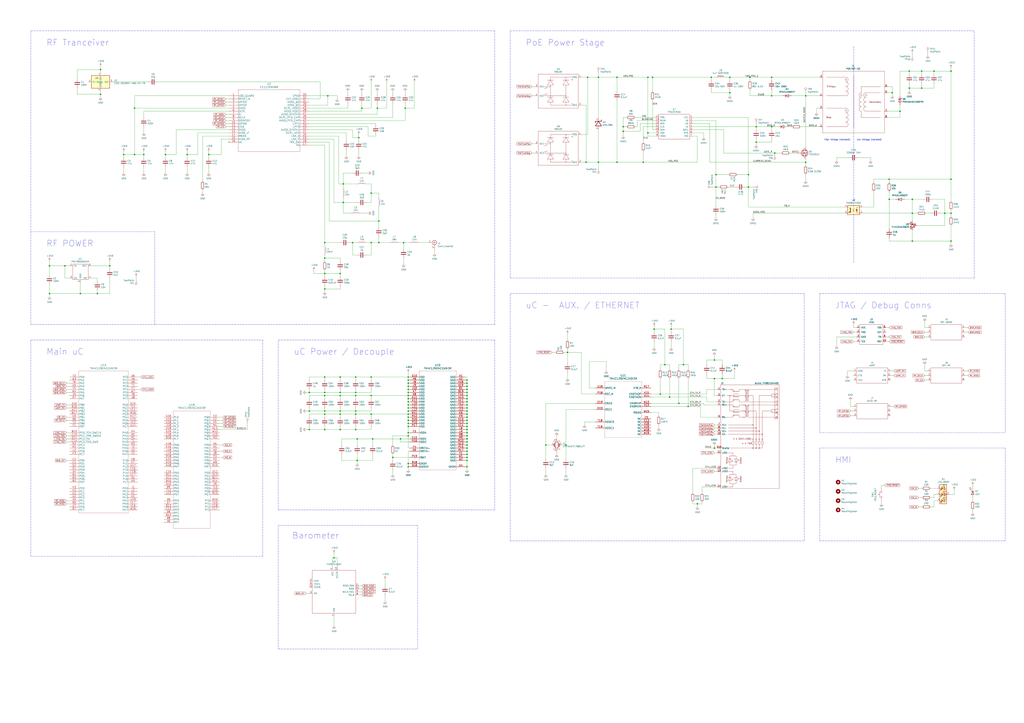
<source format=kicad_sch>
(kicad_sch (version 20210621) (generator eeschema)
  (paper "A1")
  (title_block (title "Davis Receiver") (rev "v1.2"))
  (junction (at 464.82 365.76) (diameter 1.016))
  (junction (at 739.14 91.44) (diameter 1.016))
  (junction (at 383.54 347.98) (diameter 1.016))
  (junction (at 383.54 353.06) (diameter 1.016))
  (junction (at 53.34 218.44) (diameter 1.016))
  (junction (at 335.28 337.82) (diameter 1.016))
  (junction (at 304.8 309.88) (diameter 1.016))
  (junction (at 383.54 325.12) (diameter 1.016))
  (junction (at 383.54 317.5) (diameter 1.016))
  (junction (at 535.94 63.5) (diameter 1.016))
  (junction (at 482.6 63.5) (diameter 1.016))
  (junction (at 254 337.82) (diameter 1.016))
  (junction (at 633.73 63.5) (diameter 1.016))
  (junction (at 537.21 270.51) (diameter 1.016))
  (junction (at 599.44 76.2) (diameter 1.016))
  (junction (at 335.28 355.6) (diameter 1.016))
  (junction (at 614.68 153.67) (diameter 1.016))
  (junction (at 266.7 237.49) (diameter 1.016))
  (junction (at 335.28 381) (diameter 1.016))
  (junction (at 335.28 314.96) (diameter 1.016))
  (junction (at 292.1 353.06) (diameter 1.016))
  (junction (at 561.34 299.72) (diameter 1.016))
  (junction (at 335.28 317.5) (diameter 1.016))
  (junction (at 732.79 76.2) (diameter 1.016))
  (junction (at 254 322.58) (diameter 1.016))
  (junction (at 661.67 78.74) (diameter 1.016))
  (junction (at 279.4 322.58) (diameter 1.016))
  (junction (at 101.6 127) (diameter 1.016))
  (junction (at 82.55 57.15) (diameter 1.016))
  (junction (at 383.54 360.68) (diameter 1.016))
  (junction (at 481.33 133.35) (diameter 1.016))
  (junction (at 383.54 320.04) (diameter 1.016))
  (junction (at 281.94 166.37) (diameter 1.016))
  (junction (at 328.93 360.68) (diameter 1.016))
  (junction (at 636.27 125.73) (diameter 1.016))
  (junction (at 730.25 147.32) (diameter 1.016))
  (junction (at 279.4 353.06) (diameter 1.016))
  (junction (at 584.2 63.5) (diameter 1.016))
  (junction (at 599.44 63.5) (diameter 1.016))
  (junction (at 383.54 383.54) (diameter 1.016))
  (junction (at 266.7 322.58) (diameter 1.016))
  (junction (at 549.91 326.39) (diameter 1.016))
  (junction (at 383.54 378.46) (diameter 1.016))
  (junction (at 266.7 224.79) (diameter 1.016))
  (junction (at 633.73 104.14) (diameter 1.016))
  (junction (at 171.45 127) (diameter 1.016))
  (junction (at 266.7 337.82) (diameter 1.016))
  (junction (at 293.37 360.68) (diameter 1.016))
  (junction (at 304.8 158.75) (diameter 1.016))
  (junction (at 335.28 340.36) (diameter 1.016))
  (junction (at 775.97 175.26) (diameter 1.016))
  (junction (at 266.7 340.36) (diameter 1.016))
  (junction (at 335.28 383.54) (diameter 1.016))
  (junction (at 532.13 63.5) (diameter 1.016))
  (junction (at 615.95 63.5) (diameter 1.016))
  (junction (at 304.8 340.36) (diameter 1.016))
  (junction (at 82.55 77.47) (diameter 1.016))
  (junction (at 292.1 325.12) (diameter 1.016))
  (junction (at 383.54 375.92) (diameter 1.016))
  (junction (at 335.28 347.98) (diameter 1.016))
  (junction (at 383.54 355.6) (diameter 1.016))
  (junction (at 633.73 78.74) (diameter 1.016))
  (junction (at 90.17 218.44) (diameter 1.016))
  (junction (at 756.92 58.42) (diameter 1.016))
  (junction (at 586.74 368.3) (diameter 1.016))
  (junction (at 586.74 295.91) (diameter 1.016))
  (junction (at 749.3 198.12) (diameter 1.016))
  (junction (at 335.28 312.42) (diameter 1.016))
  (junction (at 383.54 358.14) (diameter 1.016))
  (junction (at 506.73 133.35) (diameter 1.016))
  (junction (at 506.73 63.5) (diameter 1.016))
  (junction (at 383.54 368.3) (diameter 1.016))
  (junction (at 383.54 363.22) (diameter 1.016))
  (junction (at 491.49 133.35) (diameter 1.016))
  (junction (at 565.15 334.01) (diameter 1.016))
  (junction (at 309.88 88.9) (diameter 1.016))
  (junction (at 292.1 322.58) (diameter 1.016))
  (junction (at 335.28 350.52) (diameter 1.016))
  (junction (at 746.76 72.39) (diameter 1.016))
  (junction (at 135.89 127) (diameter 1.016))
  (junction (at 614.68 143.51) (diameter 1.016))
  (junction (at 448.31 365.76) (diameter 1.016))
  (junction (at 304.8 199.39) (diameter 1.016))
  (junction (at 749.3 175.26) (diameter 1.016))
  (junction (at 153.67 127) (diameter 1.016))
  (junction (at 528.32 133.35) (diameter 1.016))
  (junction (at 292.1 309.88) (diameter 1.016))
  (junction (at 383.54 332.74) (diameter 1.016))
  (junction (at 66.04 241.3) (diameter 1.016))
  (junction (at 730.25 163.83) (diameter 1.016))
  (junction (at 332.74 88.9) (diameter 1.016))
  (junction (at 80.01 241.3) (diameter 1.016))
  (junction (at 335.28 342.9) (diameter 1.016))
  (junction (at 383.54 345.44) (diameter 1.016))
  (junction (at 383.54 370.84) (diameter 1.016))
  (junction (at 335.28 335.28) (diameter 1.016))
  (junction (at 40.64 241.3) (diameter 1.016))
  (junction (at 383.54 340.36) (diameter 1.016))
  (junction (at 781.05 175.26) (diameter 1.016))
  (junction (at 621.03 104.14) (diameter 1.016))
  (junction (at 383.54 350.52) (diameter 1.016))
  (junction (at 383.54 373.38) (diameter 1.016))
  (junction (at 511.81 104.14) (diameter 1.016))
  (junction (at 279.4 325.12) (diameter 1.016))
  (junction (at 383.54 314.96) (diameter 1.016))
  (junction (at 266.7 212.09) (diameter 1.016))
  (junction (at 269.24 78.74) (diameter 1.016))
  (junction (at 297.18 88.9) (diameter 1.016))
  (junction (at 593.09 311.15) (diameter 1.016))
  (junction (at 781.05 198.12) (diameter 1.016))
  (junction (at 335.28 330.2) (diameter 1.016))
  (junction (at 279.4 309.88) (diameter 1.016))
  (junction (at 335.28 358.14) (diameter 1.016))
  (junction (at 572.77 414.02) (diameter 1.016))
  (junction (at 266.7 309.88) (diameter 1.016))
  (junction (at 279.4 224.79) (diameter 1.016))
  (junction (at 546.1 299.72) (diameter 1.016))
  (junction (at 335.28 345.44) (diameter 1.016))
  (junction (at 551.18 270.51) (diameter 1.016))
  (junction (at 110.49 88.9) (diameter 1.016))
  (junction (at 383.54 312.42) (diameter 1.016))
  (junction (at 279.4 337.82) (diameter 1.016))
  (junction (at 289.56 199.39) (diameter 1.016))
  (junction (at 749.3 163.83) (diameter 1.016))
  (junction (at 588.01 153.67) (diameter 1.016))
  (junction (at 383.54 322.58) (diameter 1.016))
  (junction (at 322.58 375.92) (diameter 1.016))
  (junction (at 383.54 365.76) (diameter 1.016))
  (junction (at 586.74 311.15) (diameter 1.016))
  (junction (at 621.03 116.84) (diameter 1.016))
  (junction (at 781.05 147.32) (diameter 1.016))
  (junction (at 491.49 63.5) (diameter 1.016))
  (junction (at 266.7 199.39) (diameter 1.016))
  (junction (at 266.7 353.06) (diameter 1.016))
  (junction (at 118.11 127) (diameter 1.016))
  (junction (at 466.09 289.56) (diameter 1.016))
  (junction (at 383.54 337.82) (diameter 1.016))
  (junction (at 588.01 143.51) (diameter 1.016))
  (junction (at 281.94 151.13) (diameter 1.016))
  (junction (at 767.08 58.42) (diameter 1.016))
  (junction (at 331.47 199.39) (diameter 1.016))
  (junction (at 756.92 72.39) (diameter 1.016))
  (junction (at 335.28 325.12) (diameter 1.016))
  (junction (at 542.29 323.85) (diameter 1.016))
  (junction (at 532.13 109.22) (diameter 1.016))
  (junction (at 274.32 458.47) (diameter 1.016))
  (junction (at 40.64 218.44) (diameter 1.016))
  (junction (at 254 353.06) (diameter 1.016))
  (junction (at 292.1 337.82) (diameter 1.016))
  (junction (at 335.28 309.88) (diameter 1.016))
  (junction (at 383.54 327.66) (diameter 1.016))
  (junction (at 511.81 107.95) (diameter 1.016))
  (junction (at 383.54 330.2) (diameter 1.016))
  (junction (at 383.54 342.9) (diameter 1.016))
  (junction (at 661.67 133.35) (diameter 1.016))
  (junction (at 294.64 113.03) (diameter 1.016))
  (junction (at 306.07 360.68) (diameter 1.016))
  (junction (at 383.54 335.28) (diameter 1.016))
  (junction (at 304.8 325.12) (diameter 1.016))
  (junction (at 266.7 325.12) (diameter 1.016))
  (junction (at 311.15 199.39) (diameter 1.016))
  (junction (at 279.4 340.36) (diameter 1.016))
  (junction (at 110.49 127) (diameter 1.016))
  (junction (at 335.28 320.04) (diameter 1.016))
  (junction (at 781.05 58.42) (diameter 1.016))
  (junction (at 293.37 378.46) (diameter 1.016))
  (junction (at 335.28 332.74) (diameter 1.016))
  (junction (at 335.28 322.58) (diameter 1.016))
  (junction (at 292.1 340.36) (diameter 1.016))
  (junction (at 335.28 327.66) (diameter 1.016))
  (junction (at 311.15 181.61) (diameter 1.016))
  (junction (at 746.76 58.42) (diameter 1.016))
  (junction (at 557.53 331.47) (diameter 1.016))
  (wire (pts (xy 254 86.36) (xy 269.24 86.36)))
  (wire (pts (xy 546.1 299.72) (xy 542.29 299.72)))
  (polyline (pts (xy 342.9 533.4) (xy 342.9 431.8)) (stroke (width 0) (type dash)))
  (wire (pts (xy 382.27 335.28) (xy 383.54 335.28)))
  (wire (pts (xy 294.64 488.95) (xy 297.18 488.95)))
  (wire (pts (xy 382.27 312.42) (xy 383.54 312.42)))
  (wire (pts (xy 511.81 96.52) (xy 511.81 104.14)))
  (wire (pts (xy 588.01 153.67) (xy 588.01 168.91)))
  (wire (pts (xy 254 353.06) (xy 254 350.52)))
  (wire (pts (xy 605.79 143.51) (xy 614.68 143.51)))
  (wire (pts (xy 781.05 175.26) (xy 781.05 177.8)))
  (wire (pts (xy 767.08 411.48) (xy 769.62 411.48)))
  (wire (pts (xy 304.8 320.04) (xy 304.8 322.58)))
  (wire (pts (xy 311.15 181.61) (xy 311.15 170.18)))
  (wire (pts (xy 586.74 295.91) (xy 586.74 292.1)))
  (wire (pts (xy 382.27 360.68) (xy 383.54 360.68)))
  (wire (pts (xy 576.58 400.05) (xy 589.28 400.05)))
  (wire (pts (xy 739.14 96.52) (xy 739.14 91.44)))
  (wire (pts (xy 491.49 96.52) (xy 491.49 63.5)))
  (wire (pts (xy 185.42 99.06) (xy 187.96 99.06)))
  (wire (pts (xy 528.32 104.14) (xy 528.32 116.84)))
  (wire (pts (xy 336.55 383.54) (xy 335.28 383.54)))
  (wire (pts (xy 383.54 358.14) (xy 383.54 360.68)))
  (wire (pts (xy 701.04 280.67) (xy 703.58 280.67)))
  (wire (pts (xy 781.05 58.42) (xy 781.05 147.32)))
  (wire (pts (xy 335.28 320.04) (xy 335.28 322.58)))
  (polyline (pts (xy 800.1 228.6) (xy 800.1 25.4)) (stroke (width 0) (type dash)))
  (wire (pts (xy 382.27 327.66) (xy 383.54 327.66)))
  (wire (pts (xy 279.4 325.12) (xy 279.4 327.66)))
  (wire (pts (xy 266.7 237.49) (xy 266.7 240.03)))
  (wire (pts (xy 728.98 96.52) (xy 739.14 96.52)))
  (polyline (pts (xy 825.5 241.3) (xy 673.1 241.3)) (stroke (width 0) (type dash)))
  (wire (pts (xy 594.36 125.73) (xy 636.27 125.73)))
  (wire (pts (xy 726.44 398.78) (xy 723.9 398.78)))
  (wire (pts (xy 308.61 110.49) (xy 308.61 111.76)))
  (wire (pts (xy 577.85 331.47) (xy 577.85 332.74)))
  (wire (pts (xy 466.09 287.02) (xy 466.09 289.56)))
  (wire (pts (xy 448.31 365.76) (xy 453.39 365.76)))
  (wire (pts (xy 730.25 147.32) (xy 781.05 147.32)))
  (wire (pts (xy 266.7 335.28) (xy 266.7 337.82)))
  (wire (pts (xy 746.76 58.42) (xy 746.76 60.96)))
  (wire (pts (xy 730.25 163.83) (xy 735.33 163.83)))
  (wire (pts (xy 336.55 381) (xy 335.28 381)))
  (wire (pts (xy 335.28 370.84) (xy 335.28 381)))
  (wire (pts (xy 775.97 175.26) (xy 781.05 175.26)))
  (wire (pts (xy 466.09 274.32) (xy 466.09 279.4)))
  (wire (pts (xy 53.34 228.6) (xy 53.34 218.44)))
  (wire (pts (xy 317.5 88.9) (xy 317.5 67.31)))
  (wire (pts (xy 575.31 342.9) (xy 589.28 342.9)))
  (wire (pts (xy 80.01 238.76) (xy 80.01 241.3)))
  (wire (pts (xy 118.11 91.44) (xy 118.11 96.52)))
  (wire (pts (xy 335.28 337.82) (xy 335.28 340.36)))
  (wire (pts (xy 383.54 309.88) (xy 383.54 312.42)))
  (wire (pts (xy 615.95 78.74) (xy 615.95 73.66)))
  (wire (pts (xy 356.87 204.47) (xy 356.87 208.28)))
  (wire (pts (xy 273.05 458.47) (xy 274.32 458.47)))
  (wire (pts (xy 538.48 101.6) (xy 525.78 101.6)))
  (wire (pts (xy 383.54 353.06) (xy 383.54 355.6)))
  (wire (pts (xy 783.59 406.4) (xy 783.59 402.59)))
  (wire (pts (xy 332.74 88.9) (xy 340.36 88.9)))
  (wire (pts (xy 742.95 163.83) (xy 749.3 163.83)))
  (wire (pts (xy 266.7 309.88) (xy 266.7 312.42)))
  (wire (pts (xy 54.61 355.6) (xy 57.15 355.6)))
  (wire (pts (xy 382.27 317.5) (xy 383.54 317.5)))
  (wire (pts (xy 311.15 181.61) (xy 311.15 186.69)))
  (wire (pts (xy 304.8 199.39) (xy 311.15 199.39)))
  (wire (pts (xy 727.71 276.86) (xy 730.25 276.86)))
  (wire (pts (xy 551.18 285.75) (xy 551.18 280.67)))
  (wire (pts (xy 266.7 340.36) (xy 254 340.36)))
  (wire (pts (xy 279.4 234.95) (xy 279.4 237.49)))
  (wire (pts (xy 340.36 67.31) (xy 340.36 88.9)))
  (wire (pts (xy 590.55 153.67) (xy 588.01 153.67)))
  (wire (pts (xy 382.27 373.38) (xy 383.54 373.38)))
  (wire (pts (xy 698.5 337.82) (xy 701.04 337.82)))
  (wire (pts (xy 166.37 111.76) (xy 166.37 148.59)))
  (wire (pts (xy 614.68 153.67) (xy 618.49 153.67)))
  (wire (pts (xy 568.96 384.81) (xy 589.28 384.81)))
  (wire (pts (xy 285.75 74.93) (xy 285.75 77.47)))
  (wire (pts (xy 466.09 289.56) (xy 466.09 298.45)))
  (wire (pts (xy 335.28 312.42) (xy 335.28 314.96)))
  (wire (pts (xy 670.56 88.9) (xy 670.56 92.71)))
  (wire (pts (xy 304.8 325.12) (xy 304.8 327.66)))
  (wire (pts (xy 336.55 325.12) (xy 335.28 325.12)))
  (wire (pts (xy 621.03 104.14) (xy 633.73 104.14)))
  (wire (pts (xy 284.48 109.22) (xy 284.48 115.57)))
  (wire (pts (xy 511.81 104.14) (xy 511.81 107.95)))
  (wire (pts (xy 759.46 269.24) (xy 759.46 264.16)))
  (wire (pts (xy 273.05 458.47) (xy 273.05 466.09)))
  (wire (pts (xy 118.11 127) (xy 118.11 129.54)))
  (wire (pts (xy 180.34 350.52) (xy 182.88 350.52)))
  (wire (pts (xy 775.97 185.42) (xy 753.11 185.42)))
  (wire (pts (xy 535.94 63.5) (xy 535.94 74.93)))
  (wire (pts (xy 534.67 331.47) (xy 557.53 331.47)))
  (polyline (pts (xy 228.6 279.4) (xy 406.4 279.4)) (stroke (width 0) (type dash)))
  (wire (pts (xy 279.4 222.25) (xy 279.4 224.79)))
  (wire (pts (xy 506.73 74.93) (xy 506.73 63.5)))
  (wire (pts (xy 336.55 332.74) (xy 335.28 332.74)))
  (wire (pts (xy 279.4 335.28) (xy 279.4 337.82)))
  (wire (pts (xy 292.1 309.88) (xy 292.1 312.42)))
  (wire (pts (xy 300.99 199.39) (xy 304.8 199.39)))
  (wire (pts (xy 292.1 353.06) (xy 279.4 353.06)))
  (wire (pts (xy 633.73 63.5) (xy 673.1 63.5)))
  (wire (pts (xy 759.46 273.05) (xy 762 273.05)))
  (polyline (pts (xy 825.5 241.3) (xy 825.5 355.6)) (stroke (width 0) (type dash)))
  (wire (pts (xy 759.46 304.8) (xy 759.46 299.72)))
  (wire (pts (xy 717.55 157.48) (xy 717.55 170.18)))
  (wire (pts (xy 281.94 175.26) (xy 288.29 175.26)))
  (wire (pts (xy 181.61 127) (xy 181.61 114.3)))
  (polyline (pts (xy 127 266.7) (xy 127 190.5)) (stroke (width 0) (type dash)))
  (wire (pts (xy 568.96 106.68) (xy 594.36 106.68)))
  (wire (pts (xy 300.99 151.13) (xy 304.8 151.13)))
  (wire (pts (xy 767.08 416.56) (xy 764.54 416.56)))
  (wire (pts (xy 448.31 331.47) (xy 448.31 365.76)))
  (wire (pts (xy 687.07 276.86) (xy 703.58 276.86)))
  (wire (pts (xy 383.54 378.46) (xy 383.54 383.54)))
  (wire (pts (xy 90.17 214.63) (xy 90.17 218.44)))
  (wire (pts (xy 541.02 349.25) (xy 541.02 351.79)))
  (wire (pts (xy 279.4 309.88) (xy 279.4 312.42)))
  (wire (pts (xy 491.49 138.43) (xy 491.49 133.35)))
  (wire (pts (xy 54.61 335.28) (xy 57.15 335.28)))
  (wire (pts (xy 568.96 99.06) (xy 588.01 99.06)))
  (wire (pts (xy 66.04 232.41) (xy 66.04 241.3)))
  (wire (pts (xy 254 106.68) (xy 289.56 106.68)))
  (wire (pts (xy 506.73 82.55) (xy 506.73 133.35)))
  (wire (pts (xy 262.89 81.28) (xy 254 81.28)))
  (wire (pts (xy 762 269.24) (xy 759.46 269.24)))
  (polyline (pts (xy 406.4 266.7) (xy 406.4 25.4)) (stroke (width 0) (type dash)))
  (wire (pts (xy 580.39 330.2) (xy 589.28 330.2)))
  (wire (pts (xy 453.39 289.56) (xy 455.93 289.56)))
  (wire (pts (xy 584.2 63.5) (xy 588.01 63.5)))
  (wire (pts (xy 599.44 73.66) (xy 599.44 76.2)))
  (wire (pts (xy 687.07 276.86) (xy 687.07 284.48)))
  (wire (pts (xy 57.15 228.6) (xy 53.34 228.6)))
  (wire (pts (xy 383.54 335.28) (xy 383.54 337.82)))
  (wire (pts (xy 532.13 63.5) (xy 535.94 63.5)))
  (wire (pts (xy 382.27 309.88) (xy 383.54 309.88)))
  (wire (pts (xy 584.2 73.66) (xy 584.2 76.2)))
  (wire (pts (xy 538.48 104.14) (xy 528.32 104.14)))
  (wire (pts (xy 254 353.06) (xy 266.7 353.06)))
  (wire (pts (xy 331.47 212.09) (xy 331.47 217.17)))
  (wire (pts (xy 383.54 320.04) (xy 383.54 322.58)))
  (wire (pts (xy 730.25 157.48) (xy 730.25 163.83)))
  (wire (pts (xy 661.67 133.35) (xy 582.93 133.35)))
  (wire (pts (xy 185.42 104.14) (xy 187.96 104.14)))
  (wire (pts (xy 281.94 166.37) (xy 274.32 166.37)))
  (wire (pts (xy 327.66 199.39) (xy 331.47 199.39)))
  (wire (pts (xy 588.01 143.51) (xy 598.17 143.51)))
  (wire (pts (xy 279.4 212.09) (xy 279.4 214.63)))
  (wire (pts (xy 279.4 340.36) (xy 266.7 340.36)))
  (wire (pts (xy 477.52 133.35) (xy 481.33 133.35)))
  (wire (pts (xy 54.61 411.48) (xy 57.15 411.48)))
  (wire (pts (xy 383.54 373.38) (xy 383.54 375.92)))
  (wire (pts (xy 584.2 76.2) (xy 599.44 76.2)))
  (polyline (pts (xy 215.9 457.2) (xy 25.4 457.2)) (stroke (width 0) (type dash)))
  (wire (pts (xy 546.1 270.51) (xy 546.1 299.72)))
  (wire (pts (xy 278.13 151.13) (xy 281.94 151.13)))
  (wire (pts (xy 187.96 78.74) (xy 110.49 78.74)))
  (wire (pts (xy 281.94 151.13) (xy 281.94 154.94)))
  (wire (pts (xy 535.94 106.68) (xy 538.48 106.68)))
  (wire (pts (xy 171.45 142.24) (xy 171.45 137.16)))
  (wire (pts (xy 382.27 342.9) (xy 383.54 342.9)))
  (wire (pts (xy 309.88 88.9) (xy 317.5 88.9)))
  (wire (pts (xy 436.88 118.11) (xy 439.42 118.11)))
  (wire (pts (xy 715.01 132.08) (xy 715.01 129.54)))
  (wire (pts (xy 289.56 113.03) (xy 294.64 113.03)))
  (wire (pts (xy 767.08 58.42) (xy 767.08 60.96)))
  (wire (pts (xy 254 93.98) (xy 309.88 93.98)))
  (wire (pts (xy 534.67 334.01) (xy 565.15 334.01)))
  (wire (pts (xy 335.28 347.98) (xy 335.28 350.52)))
  (wire (pts (xy 541.02 341.63) (xy 541.02 339.09)))
  (wire (pts (xy 335.28 358.14) (xy 322.58 358.14)))
  (wire (pts (xy 615.95 63.5) (xy 615.95 66.04)))
  (wire (pts (xy 638.81 104.14) (xy 633.73 104.14)))
  (wire (pts (xy 304.8 158.75) (xy 311.15 158.75)))
  (wire (pts (xy 54.61 314.96) (xy 57.15 314.96)))
  (wire (pts (xy 792.48 304.8) (xy 795.02 304.8)))
  (wire (pts (xy 730.25 147.32) (xy 717.55 147.32)))
  (wire (pts (xy 482.6 63.5) (xy 477.52 63.5)))
  (wire (pts (xy 792.48 308.61) (xy 795.02 308.61)))
  (wire (pts (xy 535.94 63.5) (xy 584.2 63.5)))
  (wire (pts (xy 63.5 57.15) (xy 63.5 64.77)))
  (wire (pts (xy 336.55 370.84) (xy 335.28 370.84)))
  (wire (pts (xy 336.55 320.04) (xy 335.28 320.04)))
  (wire (pts (xy 382.27 340.36) (xy 383.54 340.36)))
  (wire (pts (xy 795.02 269.24) (xy 792.48 269.24)))
  (wire (pts (xy 308.61 101.6) (xy 308.61 102.87)))
  (polyline (pts (xy 25.4 457.2) (xy 25.4 279.4)) (stroke (width 0) (type dash)))
  (wire (pts (xy 336.55 309.88) (xy 335.28 309.88)))
  (wire (pts (xy 488.95 346.71) (xy 480.06 346.71)))
  (wire (pts (xy 297.18 88.9) (xy 304.8 88.9)))
  (polyline (pts (xy 127 190.5) (xy 25.4 190.5)) (stroke (width 0) (type dash)))
  (wire (pts (xy 538.48 99.06) (xy 523.24 99.06)))
  (wire (pts (xy 730.25 195.58) (xy 730.25 198.12)))
  (wire (pts (xy 322.58 375.92) (xy 322.58 378.46)))
  (wire (pts (xy 266.7 340.36) (xy 266.7 342.9)))
  (wire (pts (xy 673.1 104.14) (xy 657.86 104.14)))
  (wire (pts (xy 336.55 345.44) (xy 335.28 345.44)))
  (wire (pts (xy 284.48 128.27) (xy 284.48 123.19)))
  (wire (pts (xy 292.1 340.36) (xy 292.1 342.9)))
  (wire (pts (xy 203.2 353.06) (xy 203.2 347.98)))
  (wire (pts (xy 565.15 299.72) (xy 565.15 303.53)))
  (wire (pts (xy 281.94 166.37) (xy 293.37 166.37)))
  (wire (pts (xy 40.64 233.68) (xy 40.64 241.3)))
  (wire (pts (xy 781.05 198.12) (xy 781.05 185.42)))
  (wire (pts (xy 153.67 142.24) (xy 153.67 137.16)))
  (wire (pts (xy 54.61 363.22) (xy 57.15 363.22)))
  (wire (pts (xy 457.2 358.14) (xy 457.2 360.68)))
  (wire (pts (xy 279.4 322.58) (xy 266.7 322.58)))
  (wire (pts (xy 266.7 212.09) (xy 279.4 212.09)))
  (wire (pts (xy 661.67 143.51) (xy 661.67 148.59)))
  (wire (pts (xy 304.8 340.36) (xy 292.1 340.36)))
  (wire (pts (xy 292.1 309.88) (xy 304.8 309.88)))
  (wire (pts (xy 767.08 406.4) (xy 769.62 406.4)))
  (wire (pts (xy 335.28 325.12) (xy 304.8 325.12)))
  (wire (pts (xy 254 91.44) (xy 297.18 91.44)))
  (wire (pts (xy 335.28 350.52) (xy 335.28 355.6)))
  (wire (pts (xy 749.3 198.12) (xy 781.05 198.12)))
  (wire (pts (xy 254 78.74) (xy 269.24 78.74)))
  (wire (pts (xy 749.3 45.72) (xy 749.3 43.18)))
  (wire (pts (xy 279.4 224.79) (xy 266.7 224.79)))
  (wire (pts (xy 728.98 71.12) (xy 732.79 71.12)))
  (wire (pts (xy 382.27 350.52) (xy 383.54 350.52)))
  (wire (pts (xy 335.28 332.74) (xy 335.28 335.28)))
  (wire (pts (xy 730.25 163.83) (xy 730.25 187.96)))
  (polyline (pts (xy 406.4 419.1) (xy 228.6 419.1)) (stroke (width 0) (type dash)))
  (wire (pts (xy 383.54 347.98) (xy 383.54 350.52)))
  (wire (pts (xy 568.96 414.02) (xy 572.77 414.02)))
  (wire (pts (xy 257.81 224.79) (xy 266.7 224.79)))
  (wire (pts (xy 304.8 309.88) (xy 304.8 312.42)))
  (wire (pts (xy 537.21 270.51) (xy 546.1 270.51)))
  (wire (pts (xy 704.85 129.54) (xy 715.01 129.54)))
  (wire (pts (xy 153.67 127) (xy 153.67 129.54)))
  (wire (pts (xy 322.58 96.52) (xy 322.58 85.09)))
  (wire (pts (xy 90.17 218.44) (xy 90.17 220.98)))
  (wire (pts (xy 54.61 378.46) (xy 57.15 378.46)))
  (wire (pts (xy 781.05 198.12) (xy 781.05 200.66)))
  (wire (pts (xy 289.56 142.24) (xy 281.94 142.24)))
  (wire (pts (xy 483.87 297.18) (xy 497.84 297.18)))
  (wire (pts (xy 723.9 398.78) (xy 723.9 401.32)))
  (wire (pts (xy 586.74 295.91) (xy 580.39 295.91)))
  (wire (pts (xy 266.7 209.55) (xy 266.7 212.09)))
  (wire (pts (xy 54.61 317.5) (xy 57.15 317.5)))
  (wire (pts (xy 101.6 142.24) (xy 101.6 137.16)))
  (wire (pts (xy 383.54 368.3) (xy 383.54 370.84)))
  (wire (pts (xy 576.58 414.02) (xy 576.58 412.75)))
  (wire (pts (xy 382.27 363.22) (xy 383.54 363.22)))
  (wire (pts (xy 586.74 351.79) (xy 589.28 351.79)))
  (polyline (pts (xy 673.1 355.6) (xy 825.5 355.6)) (stroke (width 0) (type dash)))
  (wire (pts (xy 383.54 363.22) (xy 383.54 365.76)))
  (wire (pts (xy 166.37 156.21) (xy 166.37 158.75)))
  (wire (pts (xy 584.2 66.04) (xy 584.2 63.5)))
  (wire (pts (xy 294.64 486.41) (xy 297.18 486.41)))
  (wire (pts (xy 279.4 337.82) (xy 266.7 337.82)))
  (wire (pts (xy 579.12 368.3) (xy 586.74 368.3)))
  (wire (pts (xy 549.91 326.39) (xy 580.39 326.39)))
  (wire (pts (xy 279.4 224.79) (xy 279.4 227.33)))
  (wire (pts (xy 92.71 67.31) (xy 121.92 67.31)))
  (wire (pts (xy 754.38 408.94) (xy 756.92 408.94)))
  (wire (pts (xy 621.03 114.3) (xy 621.03 116.84)))
  (wire (pts (xy 185.42 81.28) (xy 187.96 81.28)))
  (wire (pts (xy 254 101.6) (xy 308.61 101.6)))
  (wire (pts (xy 599.44 66.04) (xy 599.44 63.5)))
  (wire (pts (xy 661.67 133.35) (xy 661.67 135.89)))
  (wire (pts (xy 586.74 311.15) (xy 586.74 325.12)))
  (wire (pts (xy 304.8 350.52) (xy 304.8 353.06)))
  (wire (pts (xy 336.55 363.22) (xy 328.93 363.22)))
  (wire (pts (xy 482.6 110.49) (xy 482.6 63.5)))
  (wire (pts (xy 110.49 88.9) (xy 110.49 127)))
  (wire (pts (xy 144.78 127) (xy 135.89 127)))
  (wire (pts (xy 491.49 63.5) (xy 506.73 63.5)))
  (wire (pts (xy 568.96 96.52) (xy 614.68 96.52)))
  (wire (pts (xy 781.05 172.72) (xy 781.05 175.26)))
  (wire (pts (xy 153.67 124.46) (xy 153.67 127)))
  (polyline (pts (xy 660.4 241.3) (xy 660.4 444.5)) (stroke (width 0) (type dash)))
  (wire (pts (xy 695.96 304.8) (xy 701.04 304.8)))
  (wire (pts (xy 304.8 340.36) (xy 304.8 342.9)))
  (wire (pts (xy 534.67 326.39) (xy 549.91 326.39)))
  (wire (pts (xy 382.27 314.96) (xy 383.54 314.96)))
  (wire (pts (xy 82.55 57.15) (xy 63.5 57.15)))
  (wire (pts (xy 749.3 175.26) (xy 749.3 163.83)))
  (wire (pts (xy 382.27 332.74) (xy 383.54 332.74)))
  (wire (pts (xy 497.84 297.18) (xy 497.84 304.8)))
  (wire (pts (xy 633.73 78.74) (xy 642.62 78.74)))
  (wire (pts (xy 40.64 218.44) (xy 53.34 218.44)))
  (wire (pts (xy 251.46 353.06) (xy 254 353.06)))
  (wire (pts (xy 322.58 375.92) (xy 336.55 375.92)))
  (wire (pts (xy 383.54 312.42) (xy 383.54 314.96)))
  (wire (pts (xy 294.64 483.87) (xy 297.18 483.87)))
  (wire (pts (xy 281.94 166.37) (xy 281.94 175.26)))
  (wire (pts (xy 254 88.9) (xy 285.75 88.9)))
  (wire (pts (xy 266.7 320.04) (xy 266.7 322.58)))
  (wire (pts (xy 746.76 72.39) (xy 746.76 74.93)))
  (polyline (pts (xy 419.1 228.6) (xy 800.1 228.6)) (stroke (width 0) (type dash)))
  (wire (pts (xy 759.46 276.86) (xy 762 276.86)))
  (wire (pts (xy 477.52 323.85) (xy 488.95 323.85)))
  (wire (pts (xy 187.96 88.9) (xy 110.49 88.9)))
  (wire (pts (xy 772.16 175.26) (xy 775.97 175.26)))
  (wire (pts (xy 546.1 299.72) (xy 549.91 299.72)))
  (wire (pts (xy 798.83 408.94) (xy 798.83 411.48)))
  (wire (pts (xy 739.14 58.42) (xy 739.14 78.74)))
  (wire (pts (xy 633.73 63.5) (xy 633.73 66.04)))
  (wire (pts (xy 382.27 320.04) (xy 383.54 320.04)))
  (wire (pts (xy 181.61 114.3) (xy 187.96 114.3)))
  (wire (pts (xy 542.29 311.15) (xy 542.29 323.85)))
  (wire (pts (xy 266.7 309.88) (xy 279.4 309.88)))
  (wire (pts (xy 336.55 342.9) (xy 335.28 342.9)))
  (polyline (pts (xy 419.1 444.5) (xy 419.1 241.3)) (stroke (width 0) (type dash)))
  (wire (pts (xy 586.74 368.3) (xy 589.28 368.3)))
  (wire (pts (xy 586.74 325.12) (xy 589.28 325.12)))
  (wire (pts (xy 40.64 214.63) (xy 40.64 218.44)))
  (wire (pts (xy 129.54 67.31) (xy 262.89 67.31)))
  (wire (pts (xy 582.93 133.35) (xy 582.93 101.6)))
  (polyline (pts (xy 673.1 241.3) (xy 673.1 355.6)) (stroke (width 0) (type dash)))
  (wire (pts (xy 335.28 368.3) (xy 335.28 358.14)))
  (wire (pts (xy 336.55 335.28) (xy 335.28 335.28)))
  (wire (pts (xy 464.82 336.55) (xy 488.95 336.55)))
  (wire (pts (xy 185.42 93.98) (xy 187.96 93.98)))
  (wire (pts (xy 254 96.52) (xy 322.58 96.52)))
  (wire (pts (xy 382.27 345.44) (xy 383.54 345.44)))
  (wire (pts (xy 336.55 317.5) (xy 335.28 317.5)))
  (wire (pts (xy 572.77 414.02) (xy 576.58 414.02)))
  (wire (pts (xy 575.31 334.01) (xy 575.31 342.9)))
  (wire (pts (xy 251.46 322.58) (xy 254 322.58)))
  (wire (pts (xy 336.55 312.42) (xy 335.28 312.42)))
  (wire (pts (xy 779.78 406.4) (xy 783.59 406.4)))
  (wire (pts (xy 274.32 458.47) (xy 276.86 458.47)))
  (wire (pts (xy 335.28 345.44) (xy 335.28 347.98)))
  (wire (pts (xy 293.37 378.46) (xy 306.07 378.46)))
  (wire (pts (xy 336.55 340.36) (xy 335.28 340.36)))
  (wire (pts (xy 514.35 104.14) (xy 511.81 104.14)))
  (wire (pts (xy 561.34 299.72) (xy 557.53 299.72)))
  (wire (pts (xy 293.37 373.38) (xy 293.37 378.46)))
  (wire (pts (xy 673.1 88.9) (xy 670.56 88.9)))
  (wire (pts (xy 306.07 360.68) (xy 306.07 365.76)))
  (polyline (pts (xy 701.04 38.1) (xy 701.04 215.9)) (stroke (width 0) (type dash)))
  (wire (pts (xy 586.74 354.33) (xy 589.28 354.33)))
  (wire (pts (xy 798.83 398.78) (xy 798.83 401.32)))
  (wire (pts (xy 464.82 336.55) (xy 464.82 365.76)))
  (wire (pts (xy 262.89 67.31) (xy 262.89 81.28)))
  (wire (pts (xy 304.8 209.55) (xy 304.8 199.39)))
  (wire (pts (xy 336.55 322.58) (xy 335.28 322.58)))
  (wire (pts (xy 187.96 106.68) (xy 144.78 106.68)))
  (wire (pts (xy 113.03 309.88) (xy 115.57 309.88)))
  (wire (pts (xy 621.03 106.68) (xy 621.03 104.14)))
  (wire (pts (xy 306.07 360.68) (xy 328.93 360.68)))
  (wire (pts (xy 63.5 72.39) (xy 63.5 77.47)))
  (wire (pts (xy 593.09 295.91) (xy 586.74 295.91)))
  (wire (pts (xy 594.36 106.68) (xy 594.36 125.73)))
  (wire (pts (xy 633.73 104.14) (xy 633.73 106.68)))
  (wire (pts (xy 532.13 109.22) (xy 538.48 109.22)))
  (wire (pts (xy 254 325.12) (xy 254 327.66)))
  (wire (pts (xy 304.8 325.12) (xy 292.1 325.12)))
  (wire (pts (xy 756.92 58.42) (xy 756.92 60.96)))
  (wire (pts (xy 63.5 77.47) (xy 82.55 77.47)))
  (wire (pts (xy 292.1 337.82) (xy 279.4 337.82)))
  (wire (pts (xy 171.45 127) (xy 171.45 129.54)))
  (wire (pts (xy 180.34 342.9) (xy 182.88 342.9)))
  (wire (pts (xy 311.15 199.39) (xy 320.04 199.39)))
  (wire (pts (xy 648.97 125.73) (xy 654.05 125.73)))
  (wire (pts (xy 266.7 224.79) (xy 266.7 227.33)))
  (wire (pts (xy 580.39 323.85) (xy 580.39 320.04)))
  (wire (pts (xy 180.34 365.76) (xy 182.88 365.76)))
  (wire (pts (xy 311.15 158.75) (xy 311.15 162.56)))
  (polyline (pts (xy 215.9 279.4) (xy 215.9 457.2)) (stroke (width 0) (type dash)))
  (wire (pts (xy 457.2 370.84) (xy 457.2 373.38)))
  (wire (pts (xy 588.01 143.51) (xy 588.01 153.67)))
  (wire (pts (xy 254 322.58) (xy 266.7 322.58)))
  (wire (pts (xy 731.52 304.8) (xy 734.06 304.8)))
  (wire (pts (xy 491.49 63.5) (xy 482.6 63.5)))
  (wire (pts (xy 74.93 218.44) (xy 90.17 218.44)))
  (wire (pts (xy 383.54 342.9) (xy 383.54 345.44)))
  (wire (pts (xy 335.28 330.2) (xy 335.28 332.74)))
  (wire (pts (xy 749.3 181.61) (xy 749.3 175.26)))
  (wire (pts (xy 701.04 266.7) (xy 701.04 269.24)))
  (wire (pts (xy 586.74 356.87) (xy 589.28 356.87)))
  (wire (pts (xy 171.45 127) (xy 181.61 127)))
  (wire (pts (xy 537.21 270.51) (xy 537.21 273.05)))
  (wire (pts (xy 254 309.88) (xy 266.7 309.88)))
  (wire (pts (xy 549.91 299.72) (xy 549.91 303.53)))
  (wire (pts (xy 185.42 96.52) (xy 187.96 96.52)))
  (wire (pts (xy 603.25 311.15) (xy 603.25 304.8)))
  (wire (pts (xy 756.92 58.42) (xy 767.08 58.42)))
  (wire (pts (xy 730.25 149.86) (xy 730.25 147.32)))
  (wire (pts (xy 383.54 345.44) (xy 383.54 347.98)))
  (polyline (pts (xy 25.4 266.7) (xy 406.4 266.7)) (stroke (width 0) (type dash)))
  (wire (pts (xy 335.28 309.88) (xy 335.28 312.42)))
  (wire (pts (xy 135.89 142.24) (xy 135.89 137.16)))
  (wire (pts (xy 309.88 74.93) (xy 309.88 77.47)))
  (wire (pts (xy 292.1 335.28) (xy 292.1 337.82)))
  (wire (pts (xy 254 119.38) (xy 266.7 119.38)))
  (wire (pts (xy 612.14 153.67) (xy 614.68 153.67)))
  (wire (pts (xy 281.94 142.24) (xy 281.94 151.13)))
  (wire (pts (xy 383.54 360.68) (xy 383.54 363.22)))
  (wire (pts (xy 54.61 342.9) (xy 57.15 342.9)))
  (wire (pts (xy 661.67 78.74) (xy 661.67 120.65)))
  (wire (pts (xy 633.73 114.3) (xy 633.73 116.84)))
  (wire (pts (xy 775.97 175.26) (xy 775.97 163.83)))
  (wire (pts (xy 383.54 332.74) (xy 383.54 335.28)))
  (polyline (pts (xy 673.1 368.3) (xy 673.1 444.5)) (stroke (width 0) (type dash)))
  (wire (pts (xy 289.56 106.68) (xy 289.56 113.03)))
  (wire (pts (xy 293.37 360.68) (xy 293.37 365.76)))
  (wire (pts (xy 135.89 124.46) (xy 135.89 127)))
  (polyline (pts (xy 228.6 431.8) (xy 228.6 533.4)) (stroke (width 0) (type dash)))
  (wire (pts (xy 576.58 405.13) (xy 576.58 400.05)))
  (wire (pts (xy 110.49 127) (xy 118.11 127)))
  (wire (pts (xy 436.88 125.73) (xy 439.42 125.73)))
  (wire (pts (xy 383.54 325.12) (xy 383.54 327.66)))
  (wire (pts (xy 568.96 384.81) (xy 568.96 405.13)))
  (wire (pts (xy 266.7 350.52) (xy 266.7 353.06)))
  (wire (pts (xy 633.73 78.74) (xy 615.95 78.74)))
  (polyline (pts (xy 419.1 25.4) (xy 419.1 228.6)) (stroke (width 0) (type dash)))
  (polyline (pts (xy 419.1 241.3) (xy 660.4 241.3)) (stroke (width 0) (type dash)))
  (wire (pts (xy 344.17 199.39) (xy 351.79 199.39)))
  (polyline (pts (xy 800.1 25.4) (xy 419.1 25.4)) (stroke (width 0) (type dash)))
  (wire (pts (xy 537.21 267.97) (xy 537.21 270.51)))
  (wire (pts (xy 749.3 175.26) (xy 708.66 175.26)))
  (wire (pts (xy 335.28 340.36) (xy 335.28 342.9)))
  (wire (pts (xy 118.11 124.46) (xy 118.11 127)))
  (wire (pts (xy 599.44 76.2) (xy 599.44 78.74)))
  (wire (pts (xy 171.45 124.46) (xy 171.45 127)))
  (wire (pts (xy 257.81 224.79) (xy 257.81 222.25)))
  (wire (pts (xy 480.06 346.71) (xy 480.06 349.25)))
  (wire (pts (xy 383.54 365.76) (xy 383.54 368.3)))
  (wire (pts (xy 477.52 289.56) (xy 477.52 323.85)))
  (wire (pts (xy 491.49 133.35) (xy 506.73 133.35)))
  (wire (pts (xy 514.35 96.52) (xy 511.81 96.52)))
  (wire (pts (xy 335.28 335.28) (xy 335.28 337.82)))
  (wire (pts (xy 549.91 311.15) (xy 549.91 326.39)))
  (wire (pts (xy 316.23 476.25) (xy 316.23 481.33)))
  (polyline (pts (xy 228.6 533.4) (xy 342.9 533.4)) (stroke (width 0) (type dash)))
  (wire (pts (xy 336.55 330.2) (xy 335.28 330.2)))
  (wire (pts (xy 297.18 74.93) (xy 297.18 77.47)))
  (wire (pts (xy 580.39 326.39) (xy 580.39 330.2)))
  (wire (pts (xy 336.55 337.82) (xy 335.28 337.82)))
  (wire (pts (xy 295.91 175.26) (xy 302.26 175.26)))
  (wire (pts (xy 525.78 107.95) (xy 511.81 107.95)))
  (wire (pts (xy 551.18 270.51) (xy 561.34 270.51)))
  (wire (pts (xy 266.7 325.12) (xy 254 325.12)))
  (wire (pts (xy 488.95 331.47) (xy 448.31 331.47)))
  (wire (pts (xy 572.77 133.35) (xy 572.77 111.76)))
  (wire (pts (xy 687.07 129.54) (xy 687.07 132.08)))
  (wire (pts (xy 279.4 309.88) (xy 292.1 309.88)))
  (polyline (pts (xy 25.4 25.4) (xy 406.4 25.4)) (stroke (width 0) (type dash)))
  (wire (pts (xy 335.28 342.9) (xy 335.28 345.44)))
  (wire (pts (xy 586.74 372.11) (xy 589.28 372.11)))
  (wire (pts (xy 572.77 414.02) (xy 572.77 416.56)))
  (wire (pts (xy 580.39 320.04) (xy 589.28 320.04)))
  (wire (pts (xy 382.27 383.54) (xy 383.54 383.54)))
  (wire (pts (xy 463.55 289.56) (xy 466.09 289.56)))
  (polyline (pts (xy 673.1 444.5) (xy 825.5 444.5)) (stroke (width 0) (type dash)))
  (wire (pts (xy 746.76 72.39) (xy 756.92 72.39)))
  (wire (pts (xy 269.24 86.36) (xy 269.24 78.74)))
  (wire (pts (xy 279.4 353.06) (xy 266.7 353.06)))
  (wire (pts (xy 586.74 349.25) (xy 589.28 349.25)))
  (wire (pts (xy 82.55 54.61) (xy 82.55 57.15)))
  (wire (pts (xy 292.1 325.12) (xy 279.4 325.12)))
  (wire (pts (xy 274.32 166.37) (xy 274.32 114.3)))
  (wire (pts (xy 322.58 386.08) (xy 322.58 389.89)))
  (wire (pts (xy 731.52 308.61) (xy 734.06 308.61)))
  (wire (pts (xy 293.37 360.68) (xy 306.07 360.68)))
  (wire (pts (xy 40.64 226.06) (xy 40.64 218.44)))
  (wire (pts (xy 798.83 419.1) (xy 798.83 421.64)))
  (wire (pts (xy 302.26 104.14) (xy 254 104.14)))
  (wire (pts (xy 289.56 209.55) (xy 293.37 209.55)))
  (wire (pts (xy 80.01 228.6) (xy 80.01 231.14)))
  (wire (pts (xy 614.68 170.18) (xy 693.42 170.18)))
  (wire (pts (xy 187.96 91.44) (xy 118.11 91.44)))
  (wire (pts (xy 728.98 91.44) (xy 739.14 91.44)))
  (wire (pts (xy 732.79 76.2) (xy 728.98 76.2)))
  (wire (pts (xy 382.27 353.06) (xy 383.54 353.06)))
  (wire (pts (xy 180.34 375.92) (xy 182.88 375.92)))
  (wire (pts (xy 538.48 96.52) (xy 521.97 96.52)))
  (wire (pts (xy 586.74 365.76) (xy 586.74 368.3)))
  (wire (pts (xy 292.1 340.36) (xy 279.4 340.36)))
  (polyline (pts (xy 25.4 279.4) (xy 215.9 279.4)) (stroke (width 0) (type dash)))
  (wire (pts (xy 593.09 311.15) (xy 593.09 307.34)))
  (wire (pts (xy 336.55 327.66) (xy 335.28 327.66)))
  (wire (pts (xy 294.64 113.03) (xy 294.64 110.49)))
  (wire (pts (xy 464.82 384.81) (xy 464.82 389.89)))
  (wire (pts (xy 588.01 99.06) (xy 588.01 143.51)))
  (wire (pts (xy 615.95 63.5) (xy 633.73 63.5)))
  (wire (pts (xy 727.71 280.67) (xy 730.25 280.67)))
  (wire (pts (xy 754.38 416.56) (xy 756.92 416.56)))
  (wire (pts (xy 477.52 86.36) (xy 481.33 86.36)))
  (polyline (pts (xy 228.6 419.1) (xy 228.6 279.4)) (stroke (width 0) (type dash)))
  (wire (pts (xy 614.68 153.67) (xy 614.68 170.18)))
  (wire (pts (xy 614.68 143.51) (xy 614.68 153.67)))
  (wire (pts (xy 335.28 314.96) (xy 335.28 317.5)))
  (wire (pts (xy 294.64 115.57) (xy 294.64 113.03)))
  (wire (pts (xy 54.61 345.44) (xy 57.15 345.44)))
  (wire (pts (xy 279.4 340.36) (xy 279.4 342.9)))
  (wire (pts (xy 537.21 285.75) (xy 537.21 280.67)))
  (wire (pts (xy 292.1 322.58) (xy 279.4 322.58)))
  (wire (pts (xy 708.66 170.18) (xy 717.55 170.18)))
  (wire (pts (xy 382.27 337.82) (xy 383.54 337.82)))
  (wire (pts (xy 279.4 353.06) (xy 279.4 350.52)))
  (wire (pts (xy 568.96 104.14) (xy 621.03 104.14)))
  (wire (pts (xy 534.67 339.09) (xy 541.02 339.09)))
  (wire (pts (xy 382.27 347.98) (xy 383.54 347.98)))
  (wire (pts (xy 383.54 340.36) (xy 383.54 342.9)))
  (wire (pts (xy 383.54 358.14) (xy 382.27 358.14)))
  (wire (pts (xy 332.74 99.06) (xy 332.74 88.9)))
  (wire (pts (xy 477.52 110.49) (xy 482.6 110.49)))
  (wire (pts (xy 695.96 304.8) (xy 695.96 308.61)))
  (wire (pts (xy 382.27 375.92) (xy 383.54 375.92)))
  (wire (pts (xy 304.8 158.75) (xy 304.8 166.37)))
  (wire (pts (xy 328.93 363.22) (xy 328.93 360.68)))
  (wire (pts (xy 90.17 228.6) (xy 90.17 241.3)))
  (wire (pts (xy 764.54 408.94) (xy 767.08 408.94)))
  (wire (pts (xy 82.55 77.47) (xy 82.55 80.01)))
  (wire (pts (xy 523.24 104.14) (xy 521.97 104.14)))
  (wire (pts (xy 534.67 323.85) (xy 542.29 323.85)))
  (wire (pts (xy 82.55 74.93) (xy 82.55 77.47)))
  (wire (pts (xy 749.3 175.26) (xy 753.11 175.26)))
  (wire (pts (xy 448.31 365.76) (xy 448.31 377.19)))
  (wire (pts (xy 266.7 222.25) (xy 266.7 224.79)))
  (wire (pts (xy 383.54 370.84) (xy 383.54 373.38)))
  (wire (pts (xy 322.58 373.38) (xy 322.58 375.92)))
  (wire (pts (xy 568.96 412.75) (xy 568.96 414.02)))
  (wire (pts (xy 335.28 306.07) (xy 335.28 309.88)))
  (wire (pts (xy 382.27 378.46) (xy 383.54 378.46)))
  (wire (pts (xy 551.18 267.97) (xy 551.18 270.51)))
  (wire (pts (xy 383.54 375.92) (xy 383.54 378.46)))
  (wire (pts (xy 673.1 78.74) (xy 661.67 78.74)))
  (wire (pts (xy 511.81 107.95) (xy 511.81 111.76)))
  (wire (pts (xy 481.33 86.36) (xy 481.33 133.35)))
  (wire (pts (xy 306.07 378.46) (xy 306.07 373.38)))
  (wire (pts (xy 577.85 332.74) (xy 589.28 332.74)))
  (wire (pts (xy 491.49 106.68) (xy 491.49 133.35)))
  (wire (pts (xy 436.88 71.12) (xy 439.42 71.12)))
  (wire (pts (xy 383.54 383.54) (xy 383.54 386.08)))
  (wire (pts (xy 382.27 355.6) (xy 383.54 355.6)))
  (wire (pts (xy 551.18 270.51) (xy 551.18 273.05)))
  (polyline (pts (xy 25.4 25.4) (xy 25.4 266.7)) (stroke (width 0) (type dash)))
  (wire (pts (xy 580.39 311.15) (xy 586.74 311.15)))
  (wire (pts (xy 525.78 101.6) (xy 525.78 107.95)))
  (wire (pts (xy 542.29 323.85) (xy 580.39 323.85)))
  (wire (pts (xy 491.49 59.69) (xy 491.49 63.5)))
  (wire (pts (xy 593.09 311.15) (xy 603.25 311.15)))
  (wire (pts (xy 266.7 119.38) (xy 266.7 199.39)))
  (wire (pts (xy 280.67 360.68) (xy 280.67 365.76)))
  (wire (pts (xy 254 337.82) (xy 266.7 337.82)))
  (wire (pts (xy 593.09 299.72) (xy 593.09 295.91)))
  (wire (pts (xy 269.24 78.74) (xy 276.86 78.74)))
  (wire (pts (xy 278.13 111.76) (xy 278.13 151.13)))
  (wire (pts (xy 764.54 401.32) (xy 769.62 401.32)))
  (wire (pts (xy 382.27 322.58) (xy 383.54 322.58)))
  (wire (pts (xy 565.15 311.15) (xy 565.15 334.01)))
  (wire (pts (xy 54.61 414.02) (xy 57.15 414.02)))
  (wire (pts (xy 80.01 241.3) (xy 66.04 241.3)))
  (wire (pts (xy 749.3 189.23) (xy 749.3 198.12)))
  (wire (pts (xy 304.8 88.9) (xy 304.8 67.31)))
  (wire (pts (xy 292.1 320.04) (xy 292.1 322.58)))
  (wire (pts (xy 304.8 353.06) (xy 292.1 353.06)))
  (wire (pts (xy 636.27 125.73) (xy 636.27 127)))
  (wire (pts (xy 308.61 111.76) (xy 302.26 111.76)))
  (wire (pts (xy 614.68 96.52) (xy 614.68 143.51)))
  (wire (pts (xy 383.54 327.66) (xy 383.54 330.2)))
  (wire (pts (xy 535.94 82.55) (xy 535.94 106.68)))
  (wire (pts (xy 336.55 314.96) (xy 335.28 314.96)))
  (wire (pts (xy 322.58 358.14) (xy 322.58 365.76)))
  (wire (pts (xy 276.86 466.09) (xy 276.86 458.47)))
  (wire (pts (xy 254 109.22) (xy 284.48 109.22)))
  (wire (pts (xy 762 304.8) (xy 759.46 304.8)))
  (wire (pts (xy 488.95 318.77) (xy 483.87 318.77)))
  (wire (pts (xy 532.13 109.22) (xy 532.13 111.76)))
  (wire (pts (xy 54.61 332.74) (xy 57.15 332.74)))
  (wire (pts (xy 279.4 237.49) (xy 266.7 237.49)))
  (wire (pts (xy 618.49 175.26) (xy 693.42 175.26)))
  (wire (pts (xy 661.67 130.81) (xy 661.67 133.35)))
  (wire (pts (xy 110.49 78.74) (xy 110.49 88.9)))
  (wire (pts (xy 266.7 199.39) (xy 279.4 199.39)))
  (wire (pts (xy 466.09 306.07) (xy 466.09 311.15)))
  (wire (pts (xy 332.74 88.9) (xy 332.74 85.09)))
  (wire (pts (xy 74.93 228.6) (xy 80.01 228.6)))
  (wire (pts (xy 382.27 368.3) (xy 383.54 368.3)))
  (wire (pts (xy 599.44 63.5) (xy 615.95 63.5)))
  (wire (pts (xy 580.39 295.91) (xy 580.39 299.72)))
  (wire (pts (xy 279.4 320.04) (xy 279.4 322.58)))
  (wire (pts (xy 650.24 78.74) (xy 661.67 78.74)))
  (wire (pts (xy 335.28 358.14) (xy 335.28 355.6)))
  (wire (pts (xy 781.05 165.1) (xy 781.05 147.32)))
  (wire (pts (xy 185.42 101.6) (xy 187.96 101.6)))
  (wire (pts (xy 311.15 194.31) (xy 311.15 199.39)))
  (wire (pts (xy 618.49 175.26) (xy 618.49 179.07)))
  (wire (pts (xy 481.33 133.35) (xy 491.49 133.35)))
  (wire (pts (xy 557.53 311.15) (xy 557.53 331.47)))
  (wire (pts (xy 335.28 322.58) (xy 335.28 325.12)))
  (wire (pts (xy 293.37 151.13) (xy 281.94 151.13)))
  (wire (pts (xy 759.46 308.61) (xy 762 308.61)))
  (wire (pts (xy 466.09 289.56) (xy 477.52 289.56)))
  (wire (pts (xy 580.39 307.34) (xy 580.39 311.15)))
  (wire (pts (xy 54.61 320.04) (xy 57.15 320.04)))
  (wire (pts (xy 732.79 76.2) (xy 732.79 78.74)))
  (wire (pts (xy 775.97 163.83) (xy 765.81 163.83)))
  (wire (pts (xy 382.27 365.76) (xy 383.54 365.76)))
  (wire (pts (xy 331.47 199.39) (xy 336.55 199.39)))
  (wire (pts (xy 274.32 506.73) (xy 274.32 514.35)))
  (wire (pts (xy 101.6 127) (xy 101.6 129.54)))
  (wire (pts (xy 542.29 299.72) (xy 542.29 303.53)))
  (wire (pts (xy 461.01 365.76) (xy 464.82 365.76)))
  (wire (pts (xy 383.54 350.52) (xy 383.54 353.06)))
  (wire (pts (xy 701.04 334.01) (xy 698.5 334.01)))
  (wire (pts (xy 532.13 63.5) (xy 532.13 109.22)))
  (wire (pts (xy 523.24 99.06) (xy 523.24 104.14)))
  (wire (pts (xy 251.46 487.68) (xy 254 487.68)))
  (wire (pts (xy 775.97 175.26) (xy 775.97 185.42)))
  (wire (pts (xy 111.76 227.33) (xy 111.76 229.87)))
  (wire (pts (xy 185.42 83.82) (xy 187.96 83.82)))
  (wire (pts (xy 276.86 78.74) (xy 276.86 81.28)))
  (wire (pts (xy 382.27 330.2) (xy 383.54 330.2)))
  (wire (pts (xy 335.28 317.5) (xy 335.28 320.04)))
  (wire (pts (xy 180.34 370.84) (xy 182.88 370.84)))
  (wire (pts (xy 135.89 127) (xy 135.89 129.54)))
  (polyline (pts (xy 342.9 431.8) (xy 228.6 431.8)) (stroke (width 0) (type dash)))
  (wire (pts (xy 506.73 133.35) (xy 528.32 133.35)))
  (wire (pts (xy 577.85 109.22) (xy 577.85 113.03)))
  (wire (pts (xy 383.54 330.2) (xy 383.54 332.74)))
  (wire (pts (xy 180.34 353.06) (xy 203.2 353.06)))
  (wire (pts (xy 483.87 318.77) (xy 483.87 297.18)))
  (wire (pts (xy 528.32 124.46) (xy 528.32 133.35)))
  (wire (pts (xy 82.55 57.15) (xy 82.55 59.69)))
  (wire (pts (xy 254 116.84) (xy 270.51 116.84)))
  (wire (pts (xy 697.23 129.54) (xy 687.07 129.54)))
  (wire (pts (xy 557.53 331.47) (xy 577.85 331.47)))
  (wire (pts (xy 322.58 74.93) (xy 322.58 77.47)))
  (wire (pts (xy 187.96 111.76) (xy 166.37 111.76)))
  (wire (pts (xy 180.34 347.98) (xy 182.88 347.98)))
  (wire (pts (xy 557.53 299.72) (xy 557.53 303.53)))
  (wire (pts (xy 762 45.72) (xy 762 43.18)))
  (wire (pts (xy 304.8 309.88) (xy 335.28 309.88)))
  (wire (pts (xy 309.88 93.98) (xy 309.88 88.9)))
  (wire (pts (xy 795.02 273.05) (xy 792.48 273.05)))
  (wire (pts (xy 598.17 153.67) (xy 604.52 153.67)))
  (wire (pts (xy 561.34 270.51) (xy 561.34 299.72)))
  (wire (pts (xy 336.55 347.98) (xy 335.28 347.98)))
  (wire (pts (xy 274.32 114.3) (xy 254 114.3)))
  (wire (pts (xy 280.67 360.68) (xy 293.37 360.68)))
  (wire (pts (xy 292.1 325.12) (xy 292.1 327.66)))
  (wire (pts (xy 754.38 401.32) (xy 756.92 401.32)))
  (wire (pts (xy 54.61 322.58) (xy 57.15 322.58)))
  (wire (pts (xy 383.54 355.6) (xy 383.54 358.14)))
  (wire (pts (xy 767.08 411.48) (xy 767.08 416.56)))
  (wire (pts (xy 304.8 151.13) (xy 304.8 158.75)))
  (wire (pts (xy 746.76 68.58) (xy 746.76 72.39)))
  (wire (pts (xy 764.54 175.26) (xy 760.73 175.26)))
  (wire (pts (xy 701.04 269.24) (xy 703.58 269.24)))
  (wire (pts (xy 767.08 68.58) (xy 767.08 72.39)))
  (wire (pts (xy 266.7 325.12) (xy 266.7 327.66)))
  (wire (pts (xy 633.73 116.84) (xy 621.03 116.84)))
  (wire (pts (xy 266.7 212.09) (xy 266.7 214.63)))
  (wire (pts (xy 588.01 176.53) (xy 588.01 179.07)))
  (wire (pts (xy 304.8 337.82) (xy 292.1 337.82)))
  (wire (pts (xy 300.99 166.37) (xy 304.8 166.37)))
  (wire (pts (xy 266.7 199.39) (xy 266.7 201.93)))
  (wire (pts (xy 767.08 408.94) (xy 767.08 406.4)))
  (polyline (pts (xy 406.4 279.4) (xy 406.4 419.1)) (stroke (width 0) (type dash)))
  (wire (pts (xy 732.79 71.12) (xy 732.79 76.2)))
  (wire (pts (xy 633.73 78.74) (xy 633.73 73.66)))
  (wire (pts (xy 582.93 101.6) (xy 568.96 101.6)))
  (wire (pts (xy 335.28 381) (xy 335.28 383.54)))
  (wire (pts (xy 40.64 241.3) (xy 40.64 243.84)))
  (wire (pts (xy 66.04 241.3) (xy 40.64 241.3)))
  (wire (pts (xy 382.27 325.12) (xy 383.54 325.12)))
  (wire (pts (xy 53.34 218.44) (xy 57.15 218.44)))
  (wire (pts (xy 701.04 273.05) (xy 703.58 273.05)))
  (wire (pts (xy 759.46 312.42) (xy 762 312.42)))
  (wire (pts (xy 561.34 299.72) (xy 565.15 299.72)))
  (wire (pts (xy 565.15 334.01) (xy 575.31 334.01)))
  (wire (pts (xy 506.73 63.5) (xy 532.13 63.5)))
  (wire (pts (xy 101.6 127) (xy 110.49 127)))
  (polyline (pts (xy 825.5 368.3) (xy 673.1 368.3)) (stroke (width 0) (type dash)))
  (wire (pts (xy 739.14 58.42) (xy 746.76 58.42)))
  (wire (pts (xy 293.37 378.46) (xy 293.37 381)))
  (wire (pts (xy 731.52 334.01) (xy 734.06 334.01)))
  (wire (pts (xy 572.77 111.76) (xy 568.96 111.76)))
  (wire (pts (xy 568.96 109.22) (xy 577.85 109.22)))
  (wire (pts (xy 297.18 91.44) (xy 297.18 88.9)))
  (wire (pts (xy 254 322.58) (xy 254 320.04)))
  (wire (pts (xy 304.8 322.58) (xy 292.1 322.58)))
  (wire (pts (xy 586.74 311.15) (xy 593.09 311.15)))
  (wire (pts (xy 287.02 199.39) (xy 289.56 199.39)))
  (wire (pts (xy 162.56 127) (xy 153.67 127)))
  (wire (pts (xy 118.11 109.22) (xy 118.11 104.14)))
  (wire (pts (xy 650.24 104.14) (xy 646.43 104.14)))
  (wire (pts (xy 185.42 86.36) (xy 187.96 86.36)))
  (wire (pts (xy 756.92 72.39) (xy 767.08 72.39)))
  (wire (pts (xy 304.8 335.28) (xy 304.8 337.82)))
  (wire (pts (xy 636.27 125.73) (xy 641.35 125.73)))
  (wire (pts (xy 274.32 458.47) (xy 274.32 454.66)))
  (wire (pts (xy 254 340.36) (xy 254 342.9)))
  (wire (pts (xy 280.67 378.46) (xy 293.37 378.46)))
  (wire (pts (xy 180.34 345.44) (xy 182.88 345.44)))
  (wire (pts (xy 254 111.76) (xy 278.13 111.76)))
  (wire (pts (xy 54.61 358.14) (xy 57.15 358.14)))
  (wire (pts (xy 336.55 368.3) (xy 335.28 368.3)))
  (wire (pts (xy 335.28 325.12) (xy 335.28 327.66)))
  (wire (pts (xy 280.67 373.38) (xy 280.67 378.46)))
  (wire (pts (xy 294.64 128.27) (xy 294.64 123.19)))
  (wire (pts (xy 297.18 142.24) (xy 302.26 142.24)))
  (wire (pts (xy 279.4 325.12) (xy 266.7 325.12)))
  (wire (pts (xy 756.92 68.58) (xy 756.92 72.39)))
  (wire (pts (xy 270.51 116.84) (xy 270.51 181.61)))
  (wire (pts (xy 297.18 88.9) (xy 297.18 85.09)))
  (wire (pts (xy 767.08 58.42) (xy 781.05 58.42)))
  (wire (pts (xy 448.31 384.81) (xy 448.31 389.89)))
  (wire (pts (xy 113.03 320.04) (xy 115.57 320.04)))
  (wire (pts (xy 332.74 74.93) (xy 332.74 77.47)))
  (wire (pts (xy 144.78 106.68) (xy 144.78 127)))
  (wire (pts (xy 251.46 337.82) (xy 254 337.82)))
  (wire (pts (xy 532.13 111.76) (xy 538.48 111.76)))
  (wire (pts (xy 316.23 494.03) (xy 316.23 488.95)))
  (wire (pts (xy 331.47 199.39) (xy 331.47 204.47)))
  (wire (pts (xy 254 337.82) (xy 254 335.28)))
  (wire (pts (xy 300.99 209.55) (xy 304.8 209.55)))
  (wire (pts (xy 730.25 198.12) (xy 749.3 198.12)))
  (wire (pts (xy 727.71 269.24) (xy 730.25 269.24)))
  (wire (pts (xy 383.54 322.58) (xy 383.54 325.12)))
  (wire (pts (xy 254 309.88) (xy 254 312.42)))
  (wire (pts (xy 383.54 317.5) (xy 383.54 320.04)))
  (wire (pts (xy 335.28 355.6) (xy 336.55 355.6)))
  (wire (pts (xy 464.82 365.76) (xy 464.82 377.19)))
  (wire (pts (xy 723.9 411.48) (xy 723.9 414.02)))
  (wire (pts (xy 595.63 63.5) (xy 599.44 63.5)))
  (wire (pts (xy 335.28 340.36) (xy 304.8 340.36)))
  (wire (pts (xy 292.1 353.06) (xy 292.1 350.52)))
  (wire (pts (xy 294.64 481.33) (xy 297.18 481.33)))
  (wire (pts (xy 80.01 241.3) (xy 90.17 241.3)))
  (polyline (pts (xy 660.4 444.5) (xy 419.1 444.5)) (stroke (width 0) (type dash)))
  (wire (pts (xy 436.88 78.74) (xy 439.42 78.74)))
  (wire (pts (xy 54.61 360.68) (xy 57.15 360.68)))
  (wire (pts (xy 661.67 78.74) (xy 661.67 76.2)))
  (wire (pts (xy 383.54 337.82) (xy 383.54 340.36)))
  (wire (pts (xy 285.75 88.9) (xy 285.75 85.09)))
  (wire (pts (xy 586.74 387.35) (xy 589.28 387.35)))
  (wire (pts (xy 336.55 350.52) (xy 335.28 350.52)))
  (wire (pts (xy 621.03 104.14) (xy 621.03 101.6)))
  (wire (pts (xy 187.96 109.22) (xy 162.56 109.22)))
  (wire (pts (xy 254 99.06) (xy 332.74 99.06)))
  (wire (pts (xy 717.55 147.32) (xy 717.55 149.86)))
  (wire (pts (xy 270.51 181.61) (xy 311.15 181.61)))
  (wire (pts (xy 289.56 199.39) (xy 289.56 209.55)))
  (wire (pts (xy 382.27 370.84) (xy 383.54 370.84)))
  (wire (pts (xy 309.88 88.9) (xy 309.88 85.09)))
  (wire (pts (xy 698.5 341.63) (xy 701.04 341.63)))
  (wire (pts (xy 335.28 327.66) (xy 335.28 330.2)))
  (wire (pts (xy 621.03 116.84) (xy 621.03 119.38)))
  (wire (pts (xy 383.54 314.96) (xy 383.54 317.5)))
  (wire (pts (xy 101.6 124.46) (xy 101.6 127)))
  (polyline (pts (xy 825.5 368.3) (xy 825.5 444.5)) (stroke (width 0) (type dash)))
  (wire (pts (xy 266.7 234.95) (xy 266.7 237.49)))
  (wire (pts (xy 746.76 58.42) (xy 756.92 58.42)))
  (wire (pts (xy 335.28 383.54) (xy 335.28 386.08)))
  (wire (pts (xy 162.56 109.22) (xy 162.56 127)))
  (wire (pts (xy 289.56 199.39) (xy 293.37 199.39)))
  (wire (pts (xy 739.14 91.44) (xy 739.14 86.36)))
  (wire (pts (xy 528.32 133.35) (xy 572.77 133.35)))
  (wire (pts (xy 758.19 163.83) (xy 749.3 163.83)))
  (wire (pts (xy 281.94 162.56) (xy 281.94 166.37)))
  (wire (pts (xy 698.5 334.01) (xy 698.5 328.93)))
  (wire (pts (xy 781.05 58.42) (xy 781.05 55.88)))
  (wire (pts (xy 328.93 360.68) (xy 336.55 360.68)))
  (wire (pts (xy 302.26 111.76) (xy 302.26 104.14)))
  (wire (pts (xy 585.47 153.67) (xy 588.01 153.67)))
  (wire (pts (xy 118.11 142.24) (xy 118.11 137.16)))
  (text "Low Voltage (Isolated)" (at 703.58 115.57 0) (effects (font (size 1.1938 1.1938)) (justify left bottom)))
  (text "PoE Power Stage" (at 431.8 38.1 0) (effects (font (size 5.0038 5.0038)) (justify left bottom)))
  (text "JTAG / Debug Conns" (at 685.8 254 0) (effects (font (size 5.0038 5.0038)) (justify left bottom)))
  (text "High Voltage (Isolated)" (at 676.91 115.57 0) (effects (font (size 1.1938 1.1938)) (justify left bottom)))
  (text "Main uC" (at 38.1 292.1 0) (effects (font (size 5.0038 5.0038)) (justify left bottom)))
  (text "HMI" (at 685.8 381 0) (effects (font (size 5.0038 5.0038)) (justify left bottom)))
  (text "RF POWER" (at 38.1 203.2 0) (effects (font (size 5.0038 5.0038)) (justify left bottom)))
  (text "uC Power / Decouple" (at 241.3 292.1 0) (effects (font (size 5.0038 5.0038)) (justify left bottom)))
  (text "Barometer" (at 240.03 443.23 0) (effects (font (size 5.0038 5.0038)) (justify left bottom)))
  (text "uC -  AUX. / ETHERNET" (at 431.8 254 0) (effects (font (size 5.0038 5.0038)) (justify left bottom)))
  (text "RF Tranceiver" (at 38.1 38.1 0) (effects (font (size 5.0038 5.0038)) (justify left bottom)))
  (label "SWITCH_NODE" (at 661.67 87.63 270))
  (label "VDD_POE_C" (at 612.14 63.5 0))
  (label "DEN" (at 535.94 86.36 0))
  (label "FILT" (at 599.44 153.67 0))
  (label "CURRENT_SENS" (at 618.49 133.35 0))
  (label "GND1_POE" (at 618.49 175.26 0))
  (label "ETH_TX_N" (at 566.42 326.39 0))
  (label "ETH_LED4" (at 579.12 400.05 0))
  (label "BIAS" (at 646.43 104.14 0))
  (label "ETH_RX_N" (at 566.42 334.01 0))
  (label "BLANKING" (at 527.05 99.06 0))
  (label "GATE" (at 650.24 125.73 0))
  (label "5V_BIAS" (at 588.01 163.83 0))
  (label "VSS_POE" (at 548.64 133.35 0))
  (label "CLS" (at 528.32 114.3 0))
  (label "SHLD" (at 579.12 368.3 0))
  (label "FRS" (at 527.05 96.52 0))
  (label "DIVSCLK" (at 194.31 353.06 0))
  (label "ETH_RX_P" (at 566.42 331.47 0))
  (label "BIAS_W" (at 664.21 104.14 0))
  (label "BIAS_D" (at 629.92 104.14 0))
  (label "FB_H" (at 643.89 170.18 0))
  (label "ETH_TX_P" (at 566.42 323.85 0))
  (label "VDD_POE" (at 511.81 63.5 0))
  (label "GATE_R" (at 627.38 125.73 0))
  (label "SNUB" (at 622.3 78.74 0))
  (label "ETH_LED2" (at 579.12 384.81 0))
  (global_label "ETH_LED1" (shape input) (at 586.74 372.11 180) (effects (font (size 1.1938 1.1938))) (property "Intersheet References" "${INTERSHEET_REFS}" (effects hide)))
  (global_label "UART_RX" (shape input) (at 734.06 304.8 0) (effects (font (size 1.1938 1.1938))) (property "Intersheet References" "${INTERSHEET_REFS}" (effects hide)))
  (global_label "RF_GPIO3" (shape input) (at 185.42 83.82 180) (effects (font (size 1.1938 1.1938))) (property "Intersheet References" "${INTERSHEET_REFS}" (effects hide)))
  (global_label "RF_MOSI" (shape input) (at 185.42 93.98 180) (effects (font (size 1.1938 1.1938))) (property "Intersheet References" "${INTERSHEET_REFS}" (effects hide)))
  (global_label "RF_MOSI" (shape input) (at 795.02 308.61 0) (effects (font (size 1.1938 1.1938))) (property "Intersheet References" "${INTERSHEET_REFS}" (effects hide)))
  (global_label "RF_GPIO0" (shape input) (at 698.5 337.82 180) (effects (font (size 1.1938 1.1938))) (property "Intersheet References" "${INTERSHEET_REFS}" (effects hide)))
  (global_label "BAR_CS" (shape input) (at 759.46 276.86 180) (effects (font (size 1.1938 1.1938))) (property "Intersheet References" "${INTERSHEET_REFS}" (effects hide)))
  (global_label "ETH_LED3" (shape input) (at 586.74 387.35 180) (effects (font (size 1.1938 1.1938))) (property "Intersheet References" "${INTERSHEET_REFS}" (effects hide)))
  (global_label "RF_RESET" (shape input) (at 182.88 350.52 0) (effects (font (size 1.1938 1.1938))) (property "Intersheet References" "${INTERSHEET_REFS}" (effects hide)))
  (global_label "BAR_MISO" (shape input) (at 54.61 322.58 180) (effects (font (size 1.1938 1.1938))) (property "Intersheet References" "${INTERSHEET_REFS}" (effects hide)))
  (global_label "BAR_SCLK" (shape input) (at 297.18 486.41 0) (effects (font (size 1.1938 1.1938))) (property "Intersheet References" "${INTERSHEET_REFS}" (effects hide)))
  (global_label "PairTwoNeg" (shape input) (at 586.74 356.87 180) (effects (font (size 1.1938 1.1938))) (property "Intersheet References" "${INTERSHEET_REFS}" (effects hide)))
  (global_label "RF_MISO" (shape input) (at 795.02 304.8 0) (effects (font (size 1.1938 1.1938))) (property "Intersheet References" "${INTERSHEET_REFS}" (effects hide)))
  (global_label "ETH_LED1" (shape input) (at 115.57 309.88 0) (effects (font (size 1.1938 1.1938))) (property "Intersheet References" "${INTERSHEET_REFS}" (effects hide)))
  (global_label "PairOnePos" (shape input) (at 586.74 349.25 180) (effects (font (size 1.1938 1.1938))) (property "Intersheet References" "${INTERSHEET_REFS}" (effects hide)))
  (global_label "UART_TX" (shape input) (at 734.06 308.61 0) (effects (font (size 1.1938 1.1938))) (property "Intersheet References" "${INTERSHEET_REFS}" (effects hide)))
  (global_label "~{JTAG_RESET}" (shape input) (at 730.25 280.67 0) (effects (font (size 1.1938 1.1938))) (property "Intersheet References" "${INTERSHEET_REFS}" (effects hide)))
  (global_label "RF_SCLK" (shape input) (at 54.61 345.44 180) (effects (font (size 1.1938 1.1938))) (property "Intersheet References" "${INTERSHEET_REFS}" (effects hide)))
  (global_label "BAR_MISO" (shape input) (at 297.18 481.33 0) (effects (font (size 1.1938 1.1938))) (property "Intersheet References" "${INTERSHEET_REFS}" (effects hide)))
  (global_label "PairTwoPos" (shape input) (at 586.74 354.33 180) (effects (font (size 1.1938 1.1938))) (property "Intersheet References" "${INTERSHEET_REFS}" (effects hide)))
  (global_label "PairOneNeg" (shape input) (at 586.74 351.79 180) (effects (font (size 1.1938 1.1938))) (property "Intersheet References" "${INTERSHEET_REFS}" (effects hide)))
  (global_label "RF_GPIO2" (shape input) (at 698.5 341.63 180) (effects (font (size 1.1938 1.1938))) (property "Intersheet References" "${INTERSHEET_REFS}" (effects hide)))
  (global_label "RF_GPIO2" (shape input) (at 182.88 345.44 0) (effects (font (size 1.1938 1.1938))) (property "Intersheet References" "${INTERSHEET_REFS}" (effects hide)))
  (global_label "BAR_SCLK" (shape input) (at 54.61 314.96 180) (effects (font (size 1.1938 1.1938))) (property "Intersheet References" "${INTERSHEET_REFS}" (effects hide)))
  (global_label "JTAG_TDO" (shape input) (at 54.61 363.22 180) (effects (font (size 1.1938 1.1938))) (property "Intersheet References" "${INTERSHEET_REFS}" (effects hide)))
  (global_label "RF_RESET" (shape input) (at 185.42 81.28 180) (effects (font (size 1.1938 1.1938))) (property "Intersheet References" "${INTERSHEET_REFS}" (effects hide)))
  (global_label "PairOnePos" (shape input) (at 436.88 71.12 180) (effects (font (size 1.1938 1.1938))) (property "Intersheet References" "${INTERSHEET_REFS}" (effects hide)))
  (global_label "JTAG_TMS" (shape input) (at 701.04 273.05 180) (effects (font (size 1.1938 1.1938))) (property "Intersheet References" "${INTERSHEET_REFS}" (effects hide)))
  (global_label "BAR_MOSI" (shape input) (at 54.61 320.04 180) (effects (font (size 1.1938 1.1938))) (property "Intersheet References" "${INTERSHEET_REFS}" (effects hide)))
  (global_label "BAR_INT" (shape input) (at 251.46 487.68 180) (effects (font (size 1.1938 1.1938))) (property "Intersheet References" "${INTERSHEET_REFS}" (effects hide)))
  (global_label "BAR_MOSI" (shape input) (at 297.18 483.87 0) (effects (font (size 1.1938 1.1938))) (property "Intersheet References" "${INTERSHEET_REFS}" (effects hide)))
  (global_label "JTAG_TMS" (shape input) (at 54.61 358.14 180) (effects (font (size 1.1938 1.1938))) (property "Intersheet References" "${INTERSHEET_REFS}" (effects hide)))
  (global_label "RF_SCLK" (shape input) (at 185.42 96.52 180) (effects (font (size 1.1938 1.1938))) (property "Intersheet References" "${INTERSHEET_REFS}" (effects hide)))
  (global_label "BAR_CS" (shape input) (at 297.18 488.95 0) (effects (font (size 1.1938 1.1938))) (property "Intersheet References" "${INTERSHEET_REFS}" (effects hide)))
  (global_label "IND_B" (shape input) (at 754.38 416.56 180) (effects (font (size 1.1938 1.1938))) (property "Intersheet References" "${INTERSHEET_REFS}" (effects hide)))
  (global_label "PairTwoNeg" (shape input) (at 436.88 125.73 180) (effects (font (size 1.1938 1.1938))) (property "Intersheet References" "${INTERSHEET_REFS}" (effects hide)))
  (global_label "PairTwoPos" (shape input) (at 436.88 118.11 180) (effects (font (size 1.1938 1.1938))) (property "Intersheet References" "${INTERSHEET_REFS}" (effects hide)))
  (global_label "RF_GPIO2" (shape input) (at 185.42 86.36 180) (effects (font (size 1.1938 1.1938))) (property "Intersheet References" "${INTERSHEET_REFS}" (effects hide)))
  (global_label "RF_GPIO0" (shape input) (at 185.42 101.6 180) (effects (font (size 1.1938 1.1938))) (property "Intersheet References" "${INTERSHEET_REFS}" (effects hide)))
  (global_label "BAR_MOSI" (shape input) (at 795.02 273.05 0) (effects (font (size 1.1938 1.1938))) (property "Intersheet References" "${INTERSHEET_REFS}" (effects hide)))
  (global_label "RF_CS" (shape input) (at 759.46 312.42 180) (effects (font (size 1.1938 1.1938))) (property "Intersheet References" "${INTERSHEET_REFS}" (effects hide)))
  (global_label "JTAG_TCK" (shape input) (at 54.61 355.6 180) (effects (font (size 1.1938 1.1938))) (property "Intersheet References" "${INTERSHEET_REFS}" (effects hide)))
  (global_label "IND_R" (shape input) (at 182.88 365.76 0) (effects (font (size 1.1938 1.1938))) (property "Intersheet References" "${INTERSHEET_REFS}" (effects hide)))
  (global_label "JTAG_TDO" (shape input) (at 730.25 269.24 0) (effects (font (size 1.1938 1.1938))) (property "Intersheet References" "${INTERSHEET_REFS}" (effects hide)))
  (global_label "~{JTAG_RESET}" (shape input) (at 453.39 289.56 180) (effects (font (size 1.1938 1.1938))) (property "Intersheet References" "${INTERSHEET_REFS}" (effects hide)))
  (global_label "JTAG_TDI" (shape input) (at 730.25 276.86 0) (effects (font (size 1.1938 1.1938))) (property "Intersheet References" "${INTERSHEET_REFS}" (effects hide)))
  (global_label "RF_GPIO0" (shape input) (at 182.88 342.9 0) (effects (font (size 1.1938 1.1938))) (property "Intersheet References" "${INTERSHEET_REFS}" (effects hide)))
  (global_label "RF_GPIO3" (shape input) (at 182.88 347.98 0) (effects (font (size 1.1938 1.1938))) (property "Intersheet References" "${INTERSHEET_REFS}" (effects hide)))
  (global_label "RF_CS" (shape input) (at 185.42 104.14 180) (effects (font (size 1.1938 1.1938))) (property "Intersheet References" "${INTERSHEET_REFS}" (effects hide)))
  (global_label "UART_RX" (shape input) (at 54.61 335.28 180) (effects (font (size 1.1938 1.1938))) (property "Intersheet References" "${INTERSHEET_REFS}" (effects hide)))
  (global_label "JTAG_TCK" (shape input) (at 701.04 280.67 180) (effects (font (size 1.1938 1.1938))) (property "Intersheet References" "${INTERSHEET_REFS}" (effects hide)))
  (global_label "RF_MISO" (shape input) (at 185.42 99.06 180) (effects (font (size 1.1938 1.1938))) (property "Intersheet References" "${INTERSHEET_REFS}" (effects hide)))
  (global_label "BAR_INT" (shape input) (at 54.61 378.46 180) (effects (font (size 1.1938 1.1938))) (property "Intersheet References" "${INTERSHEET_REFS}" (effects hide)))
  (global_label "~{JTAG_RESET}" (shape input) (at 726.44 398.78 0) (effects (font (size 1.1938 1.1938))) (property "Intersheet References" "${INTERSHEET_REFS}" (effects hide)))
  (global_label "RF_CS" (shape input) (at 54.61 342.9 180) (effects (font (size 1.1938 1.1938))) (property "Intersheet References" "${INTERSHEET_REFS}" (effects hide)))
  (global_label "IND_G" (shape input) (at 182.88 370.84 0) (effects (font (size 1.1938 1.1938))) (property "Intersheet References" "${INTERSHEET_REFS}" (effects hide)))
  (global_label "BAR_MISO" (shape input) (at 795.02 269.24 0) (effects (font (size 1.1938 1.1938))) (property "Intersheet References" "${INTERSHEET_REFS}" (effects hide)))
  (global_label "IND_R" (shape input) (at 754.38 401.32 180) (effects (font (size 1.1938 1.1938))) (property "Intersheet References" "${INTERSHEET_REFS}" (effects hide)))
  (global_label "BAR_SCLK" (shape input) (at 759.46 273.05 180) (effects (font (size 1.1938 1.1938))) (property "Intersheet References" "${INTERSHEET_REFS}" (effects hide)))
  (global_label "IND_B" (shape input) (at 182.88 375.92 0) (effects (font (size 1.1938 1.1938))) (property "Intersheet References" "${INTERSHEET_REFS}" (effects hide)))
  (global_label "BAR_CS" (shape input) (at 54.61 317.5 180) (effects (font (size 1.1938 1.1938))) (property "Intersheet References" "${INTERSHEET_REFS}" (effects hide)))
  (global_label "RF_SCLK" (shape input) (at 759.46 308.61 180) (effects (font (size 1.1938 1.1938))) (property "Intersheet References" "${INTERSHEET_REFS}" (effects hide)))
  (global_label "UART_TX" (shape input) (at 54.61 332.74 180) (effects (font (size 1.1938 1.1938))) (property "Intersheet References" "${INTERSHEET_REFS}" (effects hide)))
  (global_label "RF_MOSI" (shape input) (at 54.61 411.48 180) (effects (font (size 1.1938 1.1938))) (property "Intersheet References" "${INTERSHEET_REFS}" (effects hide)))
  (global_label "IND_G" (shape input) (at 754.38 408.94 180) (effects (font (size 1.1938 1.1938))) (property "Intersheet References" "${INTERSHEET_REFS}" (effects hide)))
  (global_label "PairOneNeg" (shape input) (at 436.88 78.74 180) (effects (font (size 1.1938 1.1938))) (property "Intersheet References" "${INTERSHEET_REFS}" (effects hide)))
  (global_label "ETH_LED3" (shape input) (at 115.57 320.04 0) (effects (font (size 1.1938 1.1938))) (property "Intersheet References" "${INTERSHEET_REFS}" (effects hide)))
  (global_label "JTAG_TDI" (shape input) (at 54.61 360.68 180) (effects (font (size 1.1938 1.1938))) (property "Intersheet References" "${INTERSHEET_REFS}" (effects hide)))
  (global_label "RF_MISO" (shape input) (at 54.61 414.02 180) (effects (font (size 1.1938 1.1938))) (property "Intersheet References" "${INTERSHEET_REFS}" (effects hide)))
  (global_label "RF_GPIO3" (shape input) (at 734.06 334.01 0) (effects (font (size 1.1938 1.1938))) (property "Intersheet References" "${INTERSHEET_REFS}" (effects hide)))
  (symbol (lib_id "CC1125:CC1125RHBR") (at 187.96 78.74 0) (unit 1)
    (property "Reference" "U2" (at 220.98 68.9102 0) (effects (font (size 1.524 1.524))))
    (property "Value" "CC1125RHBR" (at 220.98 71.6026 0) (effects (font (size 1.524 1.524))))
    (property "Footprint" "Davis Receiver Footprints:CC1125RHBR" (effects hide))
  )
  (symbol (lib_id "TM4C:TM4C129ENCZADI3R") (at 85.09 363.22 0) (unit 1)
    (property "Reference" "U1" (at 85.09 300.0756 0) (effects (font (size 1.524 1.524))))
    (property "Value" "TM4C129ENCZADI3R" (at 85.09 302.768 0) (effects (font (size 1.524 1.524))))
    (property "Footprint" "Davis Receiver Footprints:TM4C129ENCZADI3R" (effects hide))
  )
  (symbol (lib_id "TM4C:TM4C129ENCZADI3R") (at 511.81 336.55 0) (unit 3)
    (property "Reference" "U1" (at 511.81 308.61 0) (effects (font (size 1.524 1.524))))
    (property "Value" "TM4C129ENCZADI3R" (at 511.81 311.15 0) (effects (font (size 1.524 1.524))))
    (property "Footprint" "Davis Receiver Footprints:TM4C129ENCZADI3R" (effects hide))
  )
  (symbol (lib_id "TM4C:TM4C129ENCZADI3R") (at 157.48 386.08 0) (unit 2)
    (property "Reference" "U1" (at 157.48 332.74 0) (effects (font (size 1.524 1.524))))
    (property "Value" "TM4C129ENCZADI3R" (at 157.48 335.28 0) (effects (font (size 1.524 1.524))))
    (property "Footprint" "Davis Receiver Footprints:TM4C129ENCZADI3R" (effects hide))
  )
  (symbol (lib_id "TM4C:TM4C129ENCZADI3R") (at 359.41 345.44 0) (unit 4)
    (property "Reference" "U1" (at 359.41 300.0756 0) (effects (font (size 1.524 1.524))))
    (property "Value" "TM4C129ENCZADI3R" (at 359.41 302.768 0) (effects (font (size 1.524 1.524))))
    (property "Footprint" "Davis Receiver Footprints:TM4C129ENCZADI3R" (effects hide))
  )
  (symbol (lib_id "Custom:FXPS7115D4") (at 274.32 485.14 0) (unit 1)
    (property "Reference" "U3" (at 274.32 461.4926 0))
    (property "Value" "FXPS7115D4" (at 274.32 463.804 0))
    (property "Footprint" "Custom:HQFN-16-4x4-1.98x0.8" (effects hide))
  )
  (symbol (lib_id "Device:LED_RABG") (at 774.7 406.4 0) (unit 1)
    (property "Reference" "D1" (at 774.7 393.7762 0))
    (property "Value" "LED_ABGR" (at 774.7 396.0876 0))
    (property "Footprint" "LED_SMD:LED_Cree-PLCC4_3.2x2.8mm_CCW" (effects hide))
  )
  (symbol (lib_id "power:+3.3V") (at 335.28 306.07 0) (unit 1)
    (property "Reference" "#PWR082" (effects hide))
    (property "Value" "+3.3V" (at 335.661 301.6758 0))
  )
  (symbol (lib_id "power:GND") (at 383.54 386.08 0) (unit 1)
    (property "Reference" "#PWR084" (effects hide))
    (property "Value" "GND" (at 383.667 390.4742 0))
  )
  (symbol (lib_id "power:GND") (at 335.28 386.08 0) (unit 1)
    (property "Reference" "#PWR083" (effects hide))
    (property "Value" "GND" (at 335.407 390.4742 0))
  )
  (symbol (lib_id "Custom:Wurth_74982104400") (at 615.95 358.14 0) (unit 1)
    (property "Reference" "J2" (at 591.82 314.96 0) (effects (justify left)))
    (property "Value" "Wurth_74982104400" (at 619.76 314.96 0) (effects (justify left)))
    (property "Footprint" "Custom:Wurth_74982104400" (effects hide))
  )
  (symbol (lib_id "Custom:TPS23753A") (at 553.72 104.14 0) (unit 1)
    (property "Reference" "U7" (at 553.72 89.789 0))
    (property "Value" "TPS23753A" (at 553.72 92.1004 0))
    (property "Footprint" "Package_SO:TSSOP-14_4.4x5mm_P0.65mm" (effects hide))
  )
  (symbol (lib_id "Connector:Conn_Coaxial") (at 356.87 199.39 0) (unit 1)
    (property "Reference" "J1" (at 359.41 200.025 0) (effects (justify left)))
    (property "Value" "Conn_Coaxial" (at 359.41 202.3364 0) (effects (justify left)))
    (property "Footprint" "Custom:CONREVSMA003.062-G" (effects hide))
    (property "Datasheet" " ~" (effects hide))
  )
  (symbol (lib_id "Custom:MB10S") (at 458.47 74.93 0) (unit 1)
    (property "Reference" "U5" (at 458.47 56.769 0))
    (property "Value" "MB10S" (at 458.47 59.0804 0))
    (property "Footprint" "Custom:SOIC-4W" (effects hide))
  )
  (symbol (lib_id "Custom:MB10S") (at 458.47 121.92 0) (unit 1)
    (property "Reference" "U6" (at 458.47 103.759 0))
    (property "Value" "MB10S" (at 458.47 106.0704 0))
    (property "Footprint" "Custom:SOIC-4W" (effects hide))
  )
  (symbol (lib_id "Custom:POE70P-33") (at 701.04 83.82 0) (unit 1)
    (property "Reference" "T1" (at 700.7098 54.229 0))
    (property "Value" "POE70P-33" (at 700.7098 56.5404 0))
    (property "Footprint" "Custom:POE70P" (effects hide))
  )
  (symbol (lib_id "Custom:D_TVS") (at 491.49 101.6 270) (unit 1)
    (property "Reference" "D2" (at 494.8682 100.4316 90) (effects (justify left)))
    (property "Value" "SMAJ58A" (at 494.8682 102.743 90) (effects (justify left)))
    (property "Footprint" "Custom:SMAJ58A" (effects hide))
  )
  (symbol (lib_id "Device:C") (at 506.73 78.74 0) (unit 1)
    (property "Reference" "C14" (at 509.651 77.5716 0) (effects (justify left)))
    (property "Value" "0.1uF" (at 509.651 79.883 0) (effects (justify left)))
    (property "Footprint" "Capacitor_SMD:C_0805_2012Metric" (effects hide))
  )
  (symbol (lib_id "Custom:TPS79930") (at 66.04 223.52 0) (unit 1)
    (property "Reference" "U4" (at 65.7098 212.725 0))
    (property "Value" "TPS79930DDCR" (at 65.7098 215.0364 0))
    (property "Footprint" "Custom:SOT-23-Thin-5" (effects hide))
  )
  (symbol (lib_id "Device:R") (at 518.16 96.52 270) (unit 1)
    (property "Reference" "R8" (at 518.16 91.2622 90))
    (property "Value" "59k" (at 518.16 93.5736 90))
    (property "Footprint" "Resistor_SMD:R_0805_2012Metric" (effects hide))
  )
  (symbol (lib_id "Device:R") (at 518.16 104.14 270) (unit 1)
    (property "Reference" "R9" (at 518.16 98.8822 90))
    (property "Value" "80k6" (at 518.16 101.1936 90))
    (property "Footprint" "Resistor_SMD:R_0805_2012Metric" (effects hide))
  )
  (symbol (lib_id "Device:R") (at 528.32 120.65 0) (unit 1)
    (property "Reference" "R10" (at 530.098 119.4816 0) (effects (justify left)))
    (property "Value" "1k27" (at 530.098 121.793 0) (effects (justify left)))
    (property "Footprint" "Resistor_SMD:R_0805_2012Metric" (effects hide))
  )
  (symbol (lib_id "Device:R") (at 535.94 78.74 0) (unit 1)
    (property "Reference" "R11" (at 537.718 77.5716 0) (effects (justify left)))
    (property "Value" "24k9" (at 537.718 79.883 0) (effects (justify left)))
    (property "Footprint" "Resistor_SMD:R_0805_2012Metric" (effects hide))
  )
  (symbol (lib_id "Device:R") (at 615.95 69.85 0) (unit 1)
    (property "Reference" "R18" (at 617.728 68.6816 0) (effects (justify left)))
    (property "Value" "80k 0.1W" (at 617.728 70.993 0) (effects (justify left)))
    (property "Footprint" "Resistor_SMD:R_0805_2012Metric" (effects hide))
  )
  (symbol (lib_id "power:GND") (at 40.64 243.84 0) (unit 1)
    (property "Reference" "#PWR06" (effects hide))
    (property "Value" "GND" (at 40.767 248.2342 0))
  )
  (symbol (lib_id "Device:R") (at 654.05 104.14 90) (unit 1)
    (property "Reference" "R23" (at 654.05 98.8822 90))
    (property "Value" "49.9" (at 654.05 101.1936 90))
    (property "Footprint" "Resistor_SMD:R_0805_2012Metric" (effects hide))
  )
  (symbol (lib_id "Device:C") (at 80.01 234.95 0) (unit 1)
    (property "Reference" "C9" (at 82.931 233.7816 0) (effects (justify left)))
    (property "Value" "10n" (at 82.931 236.093 0) (effects (justify left)))
    (property "Footprint" "Capacitor_SMD:C_0805_2012Metric" (effects hide))
  )
  (symbol (lib_id "Device:R") (at 645.16 125.73 90) (unit 1)
    (property "Reference" "R22" (at 645.16 120.4722 90))
    (property "Value" "49.9" (at 645.16 122.7836 90))
    (property "Footprint" "Resistor_SMD:R_0805_2012Metric" (effects hide))
  )
  (symbol (lib_id "Device:R") (at 661.67 139.7 180) (unit 1)
    (property "Reference" "R24" (at 663.448 138.5316 0) (effects (justify right)))
    (property "Value" "0.56 0.25W" (at 663.448 140.843 0) (effects (justify right)))
    (property "Footprint" "Resistor_SMD:R_0805_2012Metric" (effects hide))
  )
  (symbol (lib_id "Device:R") (at 594.36 153.67 90) (unit 1)
    (property "Reference" "R14" (at 595.5284 155.448 0) (effects (justify right)))
    (property "Value" "402" (at 593.217 155.448 0) (effects (justify right)))
    (property "Footprint" "Resistor_SMD:R_0805_2012Metric" (effects hide))
  )
  (symbol (lib_id "Device:R") (at 601.98 143.51 90) (unit 1)
    (property "Reference" "R19" (at 603.1484 145.288 0) (effects (justify right)))
    (property "Value" "2k" (at 600.837 145.288 0) (effects (justify right)))
    (property "Footprint" "Resistor_SMD:R_0805_2012Metric" (effects hide))
  )
  (symbol (lib_id "Device:C") (at 608.33 153.67 270) (unit 1)
    (property "Reference" "C38" (at 609.4984 156.591 0) (effects (justify left)))
    (property "Value" "47n" (at 607.187 156.591 0) (effects (justify left)))
    (property "Footprint" "Capacitor_SMD:C_0805_2012Metric" (effects hide))
  )
  (symbol (lib_id "Device:C") (at 588.01 172.72 0) (unit 1)
    (property "Reference" "C39" (at 590.931 171.5516 0) (effects (justify left)))
    (property "Value" "100n" (at 590.931 173.863 0) (effects (justify left)))
    (property "Footprint" "Capacitor_SMD:C_0805_2012Metric" (effects hide))
  )
  (symbol (lib_id "Device:C") (at 599.44 69.85 0) (unit 1)
    (property "Reference" "C36" (at 602.361 68.6816 0) (effects (justify left)))
    (property "Value" "1u 100V" (at 602.361 70.993 0) (effects (justify left)))
    (property "Footprint" "Capacitor_SMD:C_0805_2012Metric" (effects hide))
  )
  (symbol (lib_id "Device:C") (at 584.2 69.85 0) (unit 1)
    (property "Reference" "C34" (at 587.121 68.6816 0) (effects (justify left)))
    (property "Value" "22u 63V" (at 587.121 70.993 0) (effects (justify left)))
    (property "Footprint" "Capacitor_SMD:C_2220_5650Metric" (effects hide))
  )
  (symbol (lib_id "Device:C") (at 633.73 69.85 0) (unit 1)
    (property "Reference" "C42" (at 636.651 68.6816 0) (effects (justify left)))
    (property "Value" "10n 100V" (at 636.651 70.993 0) (effects (justify left)))
    (property "Footprint" "Capacitor_SMD:C_0805_2012Metric" (effects hide))
  )
  (symbol (lib_id "Device:C") (at 633.73 110.49 0) (unit 1)
    (property "Reference" "C43" (at 636.651 109.3216 0) (effects (justify left)))
    (property "Value" "10u" (at 636.651 111.633 0) (effects (justify left)))
    (property "Footprint" "Capacitor_SMD:C_0805_2012Metric" (effects hide))
  )
  (symbol (lib_id "Device:C") (at 90.17 224.79 0) (unit 1)
    (property "Reference" "C10" (at 93.091 223.6216 0) (effects (justify left)))
    (property "Value" "2u2" (at 93.091 225.933 0) (effects (justify left)))
    (property "Footprint" "Capacitor_SMD:C_0805_2012Metric" (effects hide))
  )
  (symbol (lib_id "Device:C") (at 621.03 110.49 0) (unit 1)
    (property "Reference" "C40" (at 623.951 109.3216 0) (effects (justify left)))
    (property "Value" "220n" (at 623.951 111.633 0) (effects (justify left)))
    (property "Footprint" "Capacitor_SMD:C_0805_2012Metric" (effects hide))
  )
  (symbol (lib_id "Device:C") (at 746.76 64.77 0) (unit 1)
    (property "Reference" "C51" (at 749.681 63.6016 0) (effects (justify left)))
    (property "Value" "47u" (at 749.681 65.913 0) (effects (justify left)))
    (property "Footprint" "Capacitor_SMD:C_0805_2012Metric" (effects hide))
  )
  (symbol (lib_id "Device:C") (at 756.92 64.77 0) (unit 1)
    (property "Reference" "C53" (at 759.841 63.6016 0) (effects (justify left)))
    (property "Value" "47u" (at 759.841 65.913 0) (effects (justify left)))
    (property "Footprint" "Capacitor_SMD:C_0805_2012Metric" (effects hide))
  )
  (symbol (lib_id "Device:C") (at 767.08 64.77 0) (unit 1)
    (property "Reference" "C57" (at 770.001 63.6016 0) (effects (justify left)))
    (property "Value" "47u" (at 770.001 65.913 0) (effects (justify left)))
    (property "Footprint" "Capacitor_SMD:C_0805_2012Metric" (effects hide))
  )
  (symbol (lib_id "Device:C") (at 40.64 229.87 0) (unit 1)
    (property "Reference" "C2" (at 43.561 228.7016 0) (effects (justify left)))
    (property "Value" "100n" (at 43.561 231.013 0) (effects (justify left)))
    (property "Footprint" "Capacitor_SMD:C_0805_2012Metric" (effects hide))
  )
  (symbol (lib_id "Mechanical:MountingHole") (at 688.34 396.24 0) (unit 1)
    (property "Reference" "H1" (at 690.88 395.0716 0) (effects (justify left)))
    (property "Value" "MountingHole" (at 690.88 397.383 0) (effects (justify left)))
    (property "Footprint" "MountingHole:MountingHole_4.3mm_M4_Pad_Via" (effects hide))
  )
  (symbol (lib_id "Mechanical:MountingHole") (at 688.34 403.86 0) (unit 1)
    (property "Reference" "H2" (at 690.88 402.6916 0) (effects (justify left)))
    (property "Value" "MountingHole" (at 690.88 405.003 0) (effects (justify left)))
    (property "Footprint" "MountingHole:MountingHole_4.3mm_M4_Pad_Via" (effects hide))
  )
  (symbol (lib_id "Mechanical:MountingHole") (at 688.34 411.48 0) (unit 1)
    (property "Reference" "H3" (at 690.88 410.3116 0) (effects (justify left)))
    (property "Value" "MountingHole" (at 690.88 412.623 0) (effects (justify left)))
    (property "Footprint" "MountingHole:MountingHole_4.3mm_M4_Pad_Via" (effects hide))
  )
  (symbol (lib_id "Mechanical:MountingHole") (at 688.34 419.1 0) (unit 1)
    (property "Reference" "H4" (at 690.88 417.9316 0) (effects (justify left)))
    (property "Value" "MountingHole" (at 690.88 420.243 0) (effects (justify left)))
    (property "Footprint" "MountingHole:MountingHole_4.3mm_M4_Pad_Via" (effects hide))
  )
  (symbol (lib_id "power:+3.3V") (at 40.64 214.63 0) (unit 1)
    (property "Reference" "#PWR05" (effects hide))
    (property "Value" "+3.3V" (at 41.021 210.2358 0))
  )
  (symbol (lib_id "power:+3V0") (at 90.17 214.63 0) (unit 1)
    (property "Reference" "#PWR016" (effects hide))
    (property "Value" "+3V0" (at 90.551 210.2358 0))
  )
  (symbol (lib_id "power:GND") (at 715.01 132.08 0) (unit 1)
    (property "Reference" "#PWR071" (effects hide))
    (property "Value" "GND" (at 715.137 136.4742 0))
  )
  (symbol (lib_id "Custom:TC-2050-Cortex-JTAG") (at 715.01 274.32 0) (unit 1)
    (property "Reference" "J3" (at 715.645 262.509 0))
    (property "Value" "JTAG" (at 715.645 264.8204 0))
    (property "Footprint" "Custom:TC2050-IDC-FP" (effects hide))
  )
  (symbol (lib_id "Device:L_Core_Iron") (at 591.82 63.5 90) (unit 1)
    (property "Reference" "L9" (at 591.82 57.785 90))
    (property "Value" "4u7 SDR7030" (at 591.82 60.0964 90))
    (property "Footprint" "Custom:SDR7030" (effects hide))
  )
  (symbol (lib_id "Device:D") (at 646.43 78.74 0) (unit 1)
    (property "Reference" "D4" (at 646.43 73.2282 0))
    (property "Value" "RFN2LAM6STF" (at 646.43 75.5396 0))
    (property "Footprint" "Custom:RFN2LAM6STF" (effects hide))
  )
  (symbol (lib_id "Device:D") (at 642.62 104.14 0) (unit 1)
    (property "Reference" "D3" (at 642.62 98.6282 0))
    (property "Value" "RFN2LAM6STF" (at 642.62 100.9396 0))
    (property "Footprint" "Custom:RFN2LAM6STF" (effects hide))
  )
  (symbol (lib_id "Transistor_FET:FDC2512") (at 659.13 125.73 0) (unit 1)
    (property "Reference" "Q1" (at 664.337 124.5616 0) (effects (justify left)))
    (property "Value" "FDC2512" (at 664.337 126.873 0) (effects (justify left)))
    (property "Footprint" "Package_TO_SOT_SMD:SuperSOT-6" (effects hide))
    (property "Datasheet" "https://www.onsemi.com/pub/Collateral/FDC2512-D.pdf" (effects hide))
  )
  (symbol (lib_id "Oscillator:ECS-2520MV-xxx-xx") (at 82.55 67.31 0) (unit 1)
    (property "Reference" "X1" (at 93.8276 66.1416 0) (effects (justify left)))
    (property "Value" "ECS-2520MV-400-AY-TR" (at 93.8276 68.453 0) (effects (justify left)))
    (property "Footprint" "Oscillator:Oscillator_SMD_ECS_2520MV-xxx-xx-4Pin_2.5x2.0mm" (effects hide))
    (property "Datasheet" "https://www.ecsxtal.com/store/pdf/ECS-2520MV.pdf" (effects hide))
  )
  (symbol (lib_id "Custom:FOD817A3SD") (at 701.04 172.72 0) (mirror y) (unit 1)
    (property "Reference" "U8" (at 701.04 164.465 0))
    (property "Value" "FOD817A3SD" (at 701.04 166.7764 0))
    (property "Footprint" "Custom:SMD-4" (effects hide))
  )
  (symbol (lib_id "power:GND1") (at 511.81 111.76 0) (unit 1)
    (property "Reference" "#PWR028" (effects hide))
    (property "Value" "GND1" (at 511.937 116.1542 0))
  )
  (symbol (lib_id "power:GND1") (at 599.44 78.74 0) (unit 1)
    (property "Reference" "#PWR054" (effects hide))
    (property "Value" "GND1" (at 599.567 83.1342 0))
  )
  (symbol (lib_id "power:GND1") (at 577.85 113.03 0) (unit 1)
    (property "Reference" "#PWR049" (effects hide))
    (property "Value" "GND1" (at 577.977 117.4242 0))
  )
  (symbol (lib_id "power:GND1") (at 621.03 119.38 0) (unit 1)
    (property "Reference" "#PWR060" (effects hide))
    (property "Value" "GND1" (at 621.157 123.7742 0))
  )
  (symbol (lib_id "power:GND") (at 82.55 80.01 0) (unit 1)
    (property "Reference" "#PWR02" (effects hide))
    (property "Value" "GND" (at 82.677 84.4042 0))
  )
  (symbol (lib_id "power:GND1") (at 670.56 92.71 0) (unit 1)
    (property "Reference" "#PWR067" (effects hide))
    (property "Value" "GND1" (at 670.687 97.1042 0))
  )
  (symbol (lib_id "power:GND1") (at 661.67 148.59 0) (unit 1)
    (property "Reference" "#PWR065" (effects hide))
    (property "Value" "GND1" (at 661.797 152.9842 0))
  )
  (symbol (lib_id "power:GND1") (at 618.49 179.07 0) (unit 1)
    (property "Reference" "#PWR059" (effects hide))
    (property "Value" "GND1" (at 618.617 183.4642 0))
  )
  (symbol (lib_id "power:+3V0") (at 82.55 54.61 0) (unit 1)
    (property "Reference" "#PWR01" (effects hide))
    (property "Value" "+3V0" (at 82.931 50.2158 0))
  )
  (symbol (lib_id "power:GND1") (at 588.01 179.07 0) (unit 1)
    (property "Reference" "#PWR057" (effects hide))
    (property "Value" "GND1" (at 588.137 183.4642 0))
  )
  (symbol (lib_id "power:GND1") (at 687.07 132.08 0) (unit 1)
    (property "Reference" "#PWR066" (effects hide))
    (property "Value" "GND1" (at 687.197 136.4742 0))
  )
  (symbol (lib_id "Device:C") (at 63.5 68.58 0) (unit 1)
    (property "Reference" "C1" (at 66.421 67.4116 0) (effects (justify left)))
    (property "Value" "100n" (at 66.421 69.723 0) (effects (justify left)))
    (property "Footprint" "Capacitor_SMD:C_0805_2012Metric" (effects hide))
  )
  (symbol (lib_id "Device:C") (at 125.73 67.31 90) (unit 1)
    (property "Reference" "C6" (at 125.73 60.9092 90))
    (property "Value" "22p" (at 125.73 63.2206 90))
    (property "Footprint" "Capacitor_SMD:C_0805_2012Metric" (effects hide))
  )
  (symbol (lib_id "power:GND") (at 276.86 81.28 0) (unit 1)
    (property "Reference" "#PWR032" (effects hide))
    (property "Value" "GND" (at 276.987 85.6742 0))
  )
  (symbol (lib_id "Device:D") (at 739.14 163.83 0) (unit 1)
    (property "Reference" "D5" (at 739.14 158.3182 0))
    (property "Value" "RFN2LAM6STF" (at 739.14 160.6296 0))
    (property "Footprint" "Custom:RFN2LAM6STF" (effects hide))
  )
  (symbol (lib_id "power:GND") (at 746.76 74.93 0) (unit 1)
    (property "Reference" "#PWR077" (effects hide))
    (property "Value" "GND" (at 746.887 79.3242 0))
  )
  (symbol (lib_id "power:GND") (at 781.05 200.66 0) (unit 1)
    (property "Reference" "#PWR079" (effects hide))
    (property "Value" "GND" (at 781.177 205.0542 0))
  )
  (symbol (lib_id "Device:R") (at 717.55 153.67 180) (unit 1)
    (property "Reference" "R25" (at 719.328 152.5016 0) (effects (justify right)))
    (property "Value" "402" (at 719.328 154.813 0) (effects (justify right)))
    (property "Footprint" "Resistor_SMD:R_0805_2012Metric" (effects hide))
  )
  (symbol (lib_id "Device:C") (at 285.75 81.28 0) (unit 1)
    (property "Reference" "C22" (at 288.671 80.1116 0) (effects (justify left)))
    (property "Value" "47n" (at 288.671 82.423 0) (effects (justify left)))
    (property "Footprint" "Capacitor_SMD:C_0805_2012Metric" (effects hide))
  )
  (symbol (lib_id "Device:R") (at 730.25 153.67 180) (unit 1)
    (property "Reference" "R26" (at 732.028 152.5016 0) (effects (justify right)))
    (property "Value" "10k" (at 732.028 154.813 0) (effects (justify right)))
    (property "Footprint" "Resistor_SMD:R_0805_2012Metric" (effects hide))
  )
  (symbol (lib_id "Device:R") (at 781.05 168.91 180) (unit 1)
    (property "Reference" "R28" (at 782.828 167.7416 0) (effects (justify right)))
    (property "Value" "41k2" (at 782.828 170.053 0) (effects (justify right)))
    (property "Footprint" "Resistor_SMD:R_0805_2012Metric" (effects hide))
  )
  (symbol (lib_id "Device:R") (at 781.05 181.61 180) (unit 1)
    (property "Reference" "R29" (at 782.828 180.4416 0) (effects (justify right)))
    (property "Value" "24k3" (at 782.828 182.753 0) (effects (justify right)))
    (property "Footprint" "Resistor_SMD:R_0805_2012Metric" (effects hide))
  )
  (symbol (lib_id "Device:C") (at 297.18 81.28 0) (unit 1)
    (property "Reference" "C25" (at 300.101 80.1116 0) (effects (justify left)))
    (property "Value" "47n" (at 300.101 82.423 0) (effects (justify left)))
    (property "Footprint" "Capacitor_SMD:C_0805_2012Metric" (effects hide))
  )
  (symbol (lib_id "Device:R") (at 756.92 175.26 270) (unit 1)
    (property "Reference" "R27" (at 756.92 170.0022 90))
    (property "Value" "7k15" (at 756.92 172.3136 90))
    (property "Footprint" "Resistor_SMD:R_0805_2012Metric" (effects hide))
  )
  (symbol (lib_id "Device:C") (at 762 163.83 90) (unit 1)
    (property "Reference" "C47" (at 762 157.4292 90))
    (property "Value" "100p" (at 762 159.7406 90))
    (property "Footprint" "Capacitor_SMD:C_0805_2012Metric" (effects hide))
  )
  (symbol (lib_id "Device:C") (at 309.88 81.28 0) (unit 1)
    (property "Reference" "C28" (at 312.801 80.1116 0) (effects (justify left)))
    (property "Value" "47n" (at 312.801 82.423 0) (effects (justify left)))
    (property "Footprint" "Capacitor_SMD:C_0805_2012Metric" (effects hide))
  )
  (symbol (lib_id "Device:C") (at 768.35 175.26 90) (unit 1)
    (property "Reference" "C52" (at 768.35 168.8592 90))
    (property "Value" "11n9" (at 768.35 171.1706 90))
    (property "Footprint" "Capacitor_SMD:C_0805_2012Metric" (effects hide))
  )
  (symbol (lib_id "Device:C") (at 730.25 191.77 180) (unit 1)
    (property "Reference" "C46" (at 733.171 190.6016 0) (effects (justify right)))
    (property "Value" "1u" (at 733.171 192.913 0) (effects (justify right)))
    (property "Footprint" "Capacitor_SMD:C_0805_2012Metric" (effects hide))
  )
  (symbol (lib_id "Device:C") (at 322.58 81.28 0) (unit 1)
    (property "Reference" "C31" (at 325.501 80.1116 0) (effects (justify left)))
    (property "Value" "47n" (at 325.501 82.423 0) (effects (justify left)))
    (property "Footprint" "Capacitor_SMD:C_0805_2012Metric" (effects hide))
  )
  (symbol (lib_id "Device:C") (at 701.04 129.54 270) (unit 1)
    (property "Reference" "C45" (at 701.04 123.1392 90))
    (property "Value" "2200pF 2KV" (at 701.04 125.4506 90))
    (property "Footprint" "Capacitor_SMD:C_1206_3216Metric" (effects hide))
  )
  (symbol (lib_id "Device:C") (at 332.74 81.28 0) (unit 1)
    (property "Reference" "C32" (at 335.661 80.1116 0) (effects (justify left)))
    (property "Value" "47n" (at 335.661 82.423 0) (effects (justify left)))
    (property "Footprint" "Capacitor_SMD:C_0805_2012Metric" (effects hide))
  )
  (symbol (lib_id "power:+3.3V") (at 781.05 55.88 0) (unit 1)
    (property "Reference" "#PWR078" (effects hide))
    (property "Value" "+3.3V" (at 781.431 51.4858 0))
  )
  (symbol (lib_id "power:GND") (at 732.79 78.74 0) (unit 1)
    (property "Reference" "#PWR070" (effects hide))
    (property "Value" "GND" (at 732.917 83.1342 0))
  )
  (symbol (lib_id "power:GND") (at 285.75 74.93 180) (unit 1)
    (property "Reference" "#PWR035" (effects hide))
    (property "Value" "GND" (at 285.623 70.5358 0))
  )
  (symbol (lib_id "power:GND") (at 297.18 74.93 180) (unit 1)
    (property "Reference" "#PWR039" (effects hide))
    (property "Value" "GND" (at 297.053 70.5358 0))
  )
  (symbol (lib_id "power:GND") (at 309.88 74.93 180) (unit 1)
    (property "Reference" "#PWR044" (effects hide))
    (property "Value" "GND" (at 309.753 70.5358 0))
  )
  (symbol (lib_id "power:GND") (at 322.58 74.93 180) (unit 1)
    (property "Reference" "#PWR046" (effects hide))
    (property "Value" "GND" (at 322.453 70.5358 0))
  )
  (symbol (lib_id "power:GND") (at 332.74 74.93 180) (unit 1)
    (property "Reference" "#PWR047" (effects hide))
    (property "Value" "GND" (at 332.613 70.5358 0))
  )
  (symbol (lib_id "power:+3V0") (at 304.8 67.31 0) (unit 1)
    (property "Reference" "#PWR042" (effects hide))
    (property "Value" "+3V0" (at 305.181 62.9158 0))
  )
  (symbol (lib_id "power:+3V0") (at 317.5 67.31 0) (unit 1)
    (property "Reference" "#PWR045" (effects hide))
    (property "Value" "+3V0" (at 317.881 62.9158 0))
  )
  (symbol (lib_id "power:+3V0") (at 340.36 67.31 0) (unit 1)
    (property "Reference" "#PWR050" (effects hide))
    (property "Value" "+3V0" (at 340.741 62.9158 0))
  )
  (symbol (lib_id "power:GND") (at 687.07 284.48 0) (unit 1)
    (property "Reference" "#PWR068" (effects hide))
    (property "Value" "GND" (at 687.197 288.8742 0))
  )
  (symbol (lib_id "Custom:TLV431ACDBZR") (at 749.3 185.42 0) (unit 1)
    (property "Reference" "U9" (at 746.5822 184.2516 0) (effects (justify right)))
    (property "Value" "TLV431ACDBZR" (at 746.5822 186.563 0) (effects (justify right)))
    (property "Footprint" "Package_TO_SOT_SMD:SOT-23" (effects hide))
  )
  (symbol (lib_id "Device:C") (at 308.61 106.68 0) (unit 1)
    (property "Reference" "C29" (at 311.531 105.5116 0) (effects (justify left)))
    (property "Value" "1n8" (at 311.531 107.823 0) (effects (justify left)))
    (property "Footprint" "Capacitor_SMD:C_0805_2012Metric" (effects hide))
  )
  (symbol (lib_id "Device:D_Schottky") (at 739.14 82.55 270) (unit 1)
    (property "Reference" "D6" (at 741.172 81.3816 90) (effects (justify left)))
    (property "Value" "PMEG045V100EPD" (at 741.172 83.693 90) (effects (justify left)))
    (property "Footprint" "Custom:CFP15" (effects hide))
  )
  (symbol (lib_id "power:GND") (at 294.64 128.27 0) (unit 1)
    (property "Reference" "#PWR038" (effects hide))
    (property "Value" "GND" (at 294.767 132.6642 0))
  )
  (symbol (lib_id "power:+3V0") (at 294.64 110.49 0) (unit 1)
    (property "Reference" "#PWR037" (effects hide))
    (property "Value" "+3V0" (at 295.021 106.0958 0))
  )
  (symbol (lib_id "Device:C") (at 294.64 119.38 0) (unit 1)
    (property "Reference" "C24" (at 297.561 118.2116 0) (effects (justify left)))
    (property "Value" "47n" (at 297.561 120.523 0) (effects (justify left)))
    (property "Footprint" "Capacitor_SMD:C_0805_2012Metric" (effects hide))
  )
  (symbol (lib_id "power:GND") (at 284.48 128.27 0) (unit 1)
    (property "Reference" "#PWR033" (effects hide))
    (property "Value" "GND" (at 284.607 132.6642 0))
  )
  (symbol (lib_id "Device:C") (at 284.48 119.38 0) (unit 1)
    (property "Reference" "C21" (at 287.401 118.2116 0) (effects (justify left)))
    (property "Value" "10n" (at 287.401 120.523 0) (effects (justify left)))
    (property "Footprint" "Capacitor_SMD:C_0805_2012Metric" (effects hide))
  )
  (symbol (lib_id "Device:L") (at 281.94 158.75 0) (unit 1)
    (property "Reference" "L2" (at 283.2862 157.5816 0) (effects (justify left)))
    (property "Value" "15n" (at 283.2862 159.893 0) (effects (justify left)))
    (property "Footprint" "Inductor_SMD:L_0805_2012Metric" (effects hide))
  )
  (symbol (lib_id "Device:L") (at 297.18 151.13 90) (unit 1)
    (property "Reference" "L4" (at 297.18 146.304 90))
    (property "Value" "12n" (at 297.18 148.6154 90))
    (property "Footprint" "Inductor_SMD:L_0805_2012Metric" (effects hide))
  )
  (symbol (lib_id "Device:L") (at 292.1 175.26 90) (unit 1)
    (property "Reference" "L3" (at 292.1 170.434 90))
    (property "Value" "12n" (at 292.1 172.7454 90))
    (property "Footprint" "Inductor_SMD:L_0805_2012Metric" (effects hide))
  )
  (symbol (lib_id "Device:L") (at 311.15 166.37 0) (unit 1)
    (property "Reference" "L6" (at 312.4962 165.2016 0) (effects (justify left)))
    (property "Value" "12n" (at 312.4962 167.513 0) (effects (justify left)))
    (property "Footprint" "Inductor_SMD:L_0805_2012Metric" (effects hide))
  )
  (symbol (lib_id "power:GND") (at 302.26 142.24 90) (unit 1)
    (property "Reference" "#PWR040" (effects hide))
    (property "Value" "GND" (at 306.6542 142.113 0))
  )
  (symbol (lib_id "power:GND") (at 302.26 175.26 90) (unit 1)
    (property "Reference" "#PWR041" (effects hide))
    (property "Value" "GND" (at 306.6542 175.133 0))
  )
  (symbol (lib_id "Device:C") (at 293.37 142.24 90) (unit 1)
    (property "Reference" "C23" (at 293.37 135.8392 90))
    (property "Value" "3p3" (at 293.37 138.1506 90))
    (property "Footprint" "Capacitor_SMD:C_0805_2012Metric" (effects hide))
  )
  (symbol (lib_id "Device:C") (at 297.18 166.37 90) (unit 1)
    (property "Reference" "C26" (at 297.18 159.9692 90))
    (property "Value" "3p3" (at 297.18 162.2806 90))
    (property "Footprint" "Capacitor_SMD:C_0805_2012Metric" (effects hide))
  )
  (symbol (lib_id "Device:L") (at 266.7 205.74 0) (unit 1)
    (property "Reference" "L1" (at 268.0462 204.5716 0) (effects (justify left)))
    (property "Value" "10nH" (at 268.0462 206.883 0) (effects (justify left)))
    (property "Footprint" "Inductor_SMD:L_0805_2012Metric" (effects hide))
  )
  (symbol (lib_id "Device:L") (at 297.18 199.39 90) (unit 1)
    (property "Reference" "L5" (at 297.18 194.564 90))
    (property "Value" "7n5" (at 297.18 196.8754 90))
    (property "Footprint" "Inductor_SMD:L_0805_2012Metric" (effects hide))
  )
  (symbol (lib_id "Device:L") (at 323.85 199.39 90) (unit 1)
    (property "Reference" "L7" (at 323.85 194.564 90))
    (property "Value" "18n" (at 323.85 196.8754 90))
    (property "Footprint" "Inductor_SMD:L_0805_2012Metric" (effects hide))
  )
  (symbol (lib_id "Device:L") (at 340.36 199.39 90) (unit 1)
    (property "Reference" "L8" (at 340.36 194.564 90))
    (property "Value" "12n" (at 340.36 196.8754 90))
    (property "Footprint" "Inductor_SMD:L_0805_2012Metric" (effects hide))
  )
  (symbol (lib_id "Device:C") (at 283.21 199.39 90) (unit 1)
    (property "Reference" "C20" (at 283.21 192.9892 90))
    (property "Value" "15p" (at 283.21 195.3006 90))
    (property "Footprint" "Capacitor_SMD:C_0805_2012Metric" (effects hide))
  )
  (symbol (lib_id "Device:C") (at 297.18 209.55 90) (unit 1)
    (property "Reference" "C27" (at 297.18 203.1492 90))
    (property "Value" "1p" (at 297.18 205.4606 90))
    (property "Footprint" "Capacitor_SMD:C_0805_2012Metric" (effects hide))
  )
  (symbol (lib_id "Device:C") (at 311.15 190.5 0) (unit 1)
    (property "Reference" "C30" (at 314.071 189.3316 0) (effects (justify left)))
    (property "Value" "2p2" (at 314.071 191.643 0) (effects (justify left)))
    (property "Footprint" "Capacitor_SMD:C_0805_2012Metric" (effects hide))
  )
  (symbol (lib_id "Device:C") (at 331.47 208.28 0) (unit 1)
    (property "Reference" "C33" (at 334.391 207.1116 0) (effects (justify left)))
    (property "Value" "3p" (at 334.391 209.423 0) (effects (justify left)))
    (property "Footprint" "Capacitor_SMD:C_0805_2012Metric" (effects hide))
  )
  (symbol (lib_id "power:GND") (at 331.47 217.17 0) (unit 1)
    (property "Reference" "#PWR048" (effects hide))
    (property "Value" "GND" (at 331.597 221.5642 0))
  )
  (symbol (lib_id "power:GND") (at 356.87 208.28 0) (unit 1)
    (property "Reference" "#PWR053" (effects hide))
    (property "Value" "GND" (at 356.997 212.6742 0))
  )
  (symbol (lib_id "Device:C") (at 279.4 218.44 0) (unit 1)
    (property "Reference" "C18" (at 282.321 217.2716 0) (effects (justify left)))
    (property "Value" "33p" (at 282.321 219.583 0) (effects (justify left)))
    (property "Footprint" "Capacitor_SMD:C_0805_2012Metric" (effects hide))
  )
  (symbol (lib_id "Device:C") (at 279.4 231.14 0) (unit 1)
    (property "Reference" "C19" (at 282.321 229.9716 0) (effects (justify left)))
    (property "Value" "100p" (at 282.321 232.283 0) (effects (justify left)))
    (property "Footprint" "Capacitor_SMD:C_0805_2012Metric" (effects hide))
  )
  (symbol (lib_id "Device:C") (at 266.7 231.14 0) (unit 1)
    (property "Reference" "C15" (at 269.621 229.9716 0) (effects (justify left)))
    (property "Value" "0.01uF" (at 269.621 232.283 0) (effects (justify left)))
    (property "Footprint" "Capacitor_SMD:C_0805_2012Metric" (effects hide))
  )
  (symbol (lib_id "power:GND") (at 266.7 240.03 0) (unit 1)
    (property "Reference" "#PWR025" (effects hide))
    (property "Value" "GND" (at 266.827 244.4242 0))
  )
  (symbol (lib_id "Device:R") (at 266.7 218.44 0) (unit 1)
    (property "Reference" "R6" (at 268.478 217.2716 0) (effects (justify left)))
    (property "Value" "10" (at 268.478 219.583 0) (effects (justify left)))
    (property "Footprint" "Resistor_SMD:R_0805_2012Metric" (effects hide))
  )
  (symbol (lib_id "power:+3V0") (at 257.81 222.25 0) (unit 1)
    (property "Reference" "#PWR023" (effects hide))
    (property "Value" "+3V0" (at 258.191 217.8558 0))
  )
  (symbol (lib_id "power:GND") (at 171.45 142.24 0) (unit 1)
    (property "Reference" "#PWR021" (effects hide))
    (property "Value" "GND" (at 171.577 146.6342 0))
  )
  (symbol (lib_id "power:+3V0") (at 171.45 124.46 0) (unit 1)
    (property "Reference" "#PWR020" (effects hide))
    (property "Value" "+3V0" (at 171.831 120.0658 0))
  )
  (symbol (lib_id "Device:C") (at 171.45 133.35 0) (unit 1)
    (property "Reference" "C12" (at 174.371 132.1816 0) (effects (justify left)))
    (property "Value" "47n" (at 174.371 134.493 0) (effects (justify left)))
    (property "Footprint" "Capacitor_SMD:C_0805_2012Metric" (effects hide))
  )
  (symbol (lib_id "power:GND") (at 153.67 142.24 0) (unit 1)
    (property "Reference" "#PWR018" (effects hide))
    (property "Value" "GND" (at 153.797 146.6342 0))
  )
  (symbol (lib_id "power:+3V0") (at 153.67 124.46 0) (unit 1)
    (property "Reference" "#PWR017" (effects hide))
    (property "Value" "+3V0" (at 154.051 120.0658 0))
  )
  (symbol (lib_id "Device:C") (at 153.67 133.35 0) (unit 1)
    (property "Reference" "C11" (at 156.591 132.1816 0) (effects (justify left)))
    (property "Value" "47n" (at 156.591 134.493 0) (effects (justify left)))
    (property "Footprint" "Capacitor_SMD:C_0805_2012Metric" (effects hide))
  )
  (symbol (lib_id "power:GND") (at 135.89 142.24 0) (unit 1)
    (property "Reference" "#PWR015" (effects hide))
    (property "Value" "GND" (at 136.017 146.6342 0))
  )
  (symbol (lib_id "power:+3V0") (at 135.89 124.46 0) (unit 1)
    (property "Reference" "#PWR014" (effects hide))
    (property "Value" "+3V0" (at 136.271 120.0658 0))
  )
  (symbol (lib_id "Device:C") (at 135.89 133.35 0) (unit 1)
    (property "Reference" "C8" (at 138.811 132.1816 0) (effects (justify left)))
    (property "Value" "47n" (at 138.811 134.493 0) (effects (justify left)))
    (property "Footprint" "Capacitor_SMD:C_0805_2012Metric" (effects hide))
  )
  (symbol (lib_id "Device:R") (at 166.37 152.4 0) (unit 1)
    (property "Reference" "R4" (at 168.148 151.2316 0) (effects (justify left)))
    (property "Value" "56k" (at 168.148 153.543 0) (effects (justify left)))
    (property "Footprint" "Resistor_SMD:R_0805_2012Metric" (effects hide))
  )
  (symbol (lib_id "power:GND") (at 166.37 158.75 0) (unit 1)
    (property "Reference" "#PWR019" (effects hide))
    (property "Value" "GND" (at 166.497 163.1442 0))
  )
  (symbol (lib_id "power:GND") (at 118.11 142.24 0) (unit 1)
    (property "Reference" "#PWR011" (effects hide))
    (property "Value" "GND" (at 118.237 146.6342 0))
  )
  (symbol (lib_id "power:+3V0") (at 118.11 124.46 0) (unit 1)
    (property "Reference" "#PWR010" (effects hide))
    (property "Value" "+3V0" (at 118.491 120.0658 0))
  )
  (symbol (lib_id "Device:C") (at 118.11 133.35 0) (unit 1)
    (property "Reference" "C5" (at 121.031 132.1816 0) (effects (justify left)))
    (property "Value" "47n" (at 121.031 134.493 0) (effects (justify left)))
    (property "Footprint" "Capacitor_SMD:C_0805_2012Metric" (effects hide))
  )
  (symbol (lib_id "power:GND") (at 101.6 142.24 0) (unit 1)
    (property "Reference" "#PWR08" (effects hide))
    (property "Value" "GND" (at 101.727 146.6342 0))
  )
  (symbol (lib_id "power:+3V0") (at 101.6 124.46 0) (unit 1)
    (property "Reference" "#PWR07" (effects hide))
    (property "Value" "+3V0" (at 101.981 120.0658 0))
  )
  (symbol (lib_id "Device:C") (at 101.6 133.35 0) (unit 1)
    (property "Reference" "C3" (at 104.521 132.1816 0) (effects (justify left)))
    (property "Value" "47n" (at 104.521 134.493 0) (effects (justify left)))
    (property "Footprint" "Capacitor_SMD:C_0805_2012Metric" (effects hide))
  )
  (symbol (lib_id "power:GND") (at 118.11 109.22 0) (unit 1)
    (property "Reference" "#PWR09" (effects hide))
    (property "Value" "GND" (at 118.237 113.6142 0))
  )
  (symbol (lib_id "Device:C") (at 118.11 100.33 0) (unit 1)
    (property "Reference" "C4" (at 121.031 99.1616 0) (effects (justify left)))
    (property "Value" "220n" (at 121.031 101.473 0) (effects (justify left)))
    (property "Footprint" "Capacitor_SMD:C_0805_2012Metric" (effects hide))
  )
  (symbol (lib_id "Switch:SW_Push") (at 723.9 406.4 90) (unit 1)
    (property "Reference" "SW1" (at 716.661 406.4 0))
    (property "Value" "MCU_RESET" (at 718.9724 406.4 0))
    (property "Footprint" "Custom:PTS636" (effects hide))
  )
  (symbol (lib_id "power:GND") (at 274.32 514.35 0) (unit 1)
    (property "Reference" "#PWR04" (effects hide))
    (property "Value" "GND" (at 274.447 518.7442 0))
  )
  (symbol (lib_id "power:+3.3V") (at 274.32 454.66 0) (unit 1)
    (property "Reference" "#PWR03" (effects hide))
    (property "Value" "+3.3V" (at 274.701 450.2658 0))
  )
  (symbol (lib_id "power:GND") (at 316.23 494.03 0) (unit 1)
    (property "Reference" "#PWR013" (effects hide))
    (property "Value" "GND" (at 316.357 498.4242 0))
  )
  (symbol (lib_id "Device:C") (at 316.23 485.14 0) (unit 1)
    (property "Reference" "C7" (at 319.151 483.9716 0) (effects (justify left)))
    (property "Value" "0.1uF" (at 319.151 486.283 0) (effects (justify left)))
    (property "Footprint" "Capacitor_SMD:C_0805_2012Metric" (effects hide))
  )
  (symbol (lib_id "power:+3.3V") (at 316.23 476.25 0) (unit 1)
    (property "Reference" "#PWR012" (effects hide))
    (property "Value" "+3.3V" (at 316.611 471.8558 0))
  )
  (symbol (lib_id "Device:C") (at 580.39 303.53 0) (unit 1)
    (property "Reference" "C41" (at 583.311 302.3616 0) (effects (justify left)))
    (property "Value" "0.1uF" (at 583.311 304.673 0) (effects (justify left)))
    (property "Footprint" "Capacitor_SMD:C_0805_2012Metric" (effects hide))
  )
  (symbol (lib_id "Device:C") (at 593.09 303.53 0) (unit 1)
    (property "Reference" "C44" (at 596.011 302.3616 0) (effects (justify left)))
    (property "Value" "0.1uF" (at 596.011 304.673 0) (effects (justify left)))
    (property "Footprint" "Capacitor_SMD:C_0805_2012Metric" (effects hide))
  )
  (symbol (lib_id "Custom:TC2030-UART") (at 716.28 308.61 0) (unit 1)
    (property "Reference" "J4" (at 716.28 298.069 0))
    (property "Value" "UART" (at 716.28 300.3804 0))
    (property "Footprint" "Custom:TC2030-IDC-FP" (effects hide))
  )
  (symbol (lib_id "power:GND") (at 695.96 308.61 0) (unit 1)
    (property "Reference" "#PWR069" (effects hide))
    (property "Value" "GND" (at 696.087 313.0042 0))
  )
  (symbol (lib_id "power:GND") (at 586.74 292.1 180) (unit 1)
    (property "Reference" "#PWR062" (effects hide))
    (property "Value" "GND" (at 586.613 287.7058 0))
  )
  (symbol (lib_id "power:GND1") (at 586.74 365.76 180) (unit 1)
    (property "Reference" "#PWR063" (effects hide))
    (property "Value" "GND1" (at 586.613 361.3658 0))
  )
  (symbol (lib_id "Device:R") (at 541.02 345.44 0) (unit 1)
    (property "Reference" "R17" (at 542.798 344.2716 0) (effects (justify left)))
    (property "Value" "4.87K" (at 542.798 346.583 0) (effects (justify left)))
    (property "Footprint" "Resistor_SMD:R_0805_2012Metric" (effects hide))
  )
  (symbol (lib_id "power:GND") (at 541.02 351.79 0) (unit 1)
    (property "Reference" "#PWR058" (effects hide))
    (property "Value" "GND" (at 541.147 356.1842 0))
  )
  (symbol (lib_id "power:GND") (at 537.21 285.75 0) (unit 1)
    (property "Reference" "#PWR052" (effects hide))
    (property "Value" "GND" (at 537.337 290.1442 0))
  )
  (symbol (lib_id "Device:C") (at 537.21 276.86 0) (unit 1)
    (property "Reference" "C35" (at 540.131 275.6916 0) (effects (justify left)))
    (property "Value" "0.1uF" (at 540.131 278.003 0) (effects (justify left)))
    (property "Footprint" "Capacitor_SMD:C_0805_2012Metric" (effects hide))
  )
  (symbol (lib_id "power:GND") (at 551.18 285.75 0) (unit 1)
    (property "Reference" "#PWR056" (effects hide))
    (property "Value" "GND" (at 551.307 290.1442 0))
  )
  (symbol (lib_id "Device:C") (at 551.18 276.86 0) (unit 1)
    (property "Reference" "C37" (at 554.101 275.6916 0) (effects (justify left)))
    (property "Value" "0.1uF" (at 554.101 278.003 0) (effects (justify left)))
    (property "Footprint" "Capacitor_SMD:C_0805_2012Metric" (effects hide))
  )
  (symbol (lib_id "Custom:TC2030-GPIO") (at 777.24 273.05 0) (unit 1)
    (property "Reference" "J5" (at 777.24 262.509 0))
    (property "Value" "SPI-BARO" (at 777.24 264.8204 0))
    (property "Footprint" "Custom:TC2030-IDC-FP" (effects hide))
  )
  (symbol (lib_id "Custom:TC2030-GPIO") (at 777.24 308.61 0) (unit 1)
    (property "Reference" "J6" (at 777.24 298.069 0))
    (property "Value" "SPI-RF" (at 777.24 300.3804 0))
    (property "Footprint" "Custom:TC2030-IDC-FP" (effects hide))
  )
  (symbol (lib_id "power:GND") (at 759.46 299.72 180) (unit 1)
    (property "Reference" "#PWR076" (effects hide))
    (property "Value" "GND" (at 759.333 295.3258 0))
  )
  (symbol (lib_id "power:+3.3V") (at 537.21 267.97 0) (unit 1)
    (property "Reference" "#PWR051" (effects hide))
    (property "Value" "+3.3V" (at 537.591 263.5758 0))
  )
  (symbol (lib_id "power:+3.3V") (at 551.18 267.97 0) (unit 1)
    (property "Reference" "#PWR055" (effects hide))
    (property "Value" "+3.3V" (at 551.561 263.5758 0))
  )
  (symbol (lib_id "power:GND") (at 759.46 264.16 180) (unit 1)
    (property "Reference" "#PWR075" (effects hide))
    (property "Value" "GND" (at 759.333 259.7658 0))
  )
  (symbol (lib_id "power:+3.3V") (at 603.25 304.8 0) (unit 1)
    (property "Reference" "#PWR064" (effects hide))
    (property "Value" "+3.3V" (at 603.631 300.4058 0))
  )
  (symbol (lib_id "Device:R") (at 542.29 307.34 0) (unit 1)
    (property "Reference" "R12" (at 544.068 306.1716 0) (effects (justify left)))
    (property "Value" "49.9" (at 544.068 308.483 0) (effects (justify left)))
    (property "Footprint" "Resistor_SMD:R_0805_2012Metric" (effects hide))
  )
  (symbol (lib_id "Device:R") (at 549.91 307.34 0) (unit 1)
    (property "Reference" "R13" (at 551.688 306.1716 0) (effects (justify left)))
    (property "Value" "49.9" (at 551.688 308.483 0) (effects (justify left)))
    (property "Footprint" "Resistor_SMD:R_0805_2012Metric" (effects hide))
  )
  (symbol (lib_id "Device:R") (at 557.53 307.34 0) (unit 1)
    (property "Reference" "R15" (at 559.308 306.1716 0) (effects (justify left)))
    (property "Value" "49.9" (at 559.308 308.483 0) (effects (justify left)))
    (property "Footprint" "Resistor_SMD:R_0805_2012Metric" (effects hide))
  )
  (symbol (lib_id "Device:R") (at 565.15 307.34 0) (unit 1)
    (property "Reference" "R16" (at 566.928 306.1716 0) (effects (justify left)))
    (property "Value" "49.9" (at 566.928 308.483 0) (effects (justify left)))
    (property "Footprint" "Resistor_SMD:R_0805_2012Metric" (effects hide))
  )
  (symbol (lib_id "power:GND") (at 572.77 416.56 0) (unit 1)
    (property "Reference" "#PWR061" (effects hide))
    (property "Value" "GND" (at 572.897 420.9542 0))
  )
  (symbol (lib_id "Device:R") (at 576.58 408.94 0) (unit 1)
    (property "Reference" "R21" (at 578.358 407.7716 0) (effects (justify left)))
    (property "Value" "330" (at 578.358 410.083 0) (effects (justify left)))
    (property "Footprint" "Resistor_SMD:R_0805_2012Metric" (effects hide))
  )
  (symbol (lib_id "Device:R") (at 568.96 408.94 0) (unit 1)
    (property "Reference" "R20" (at 570.738 407.7716 0) (effects (justify left)))
    (property "Value" "330" (at 570.738 410.083 0) (effects (justify left)))
    (property "Footprint" "Resistor_SMD:R_0805_2012Metric" (effects hide))
  )
  (symbol (lib_id "Device:C") (at 306.07 369.57 0) (unit 1)
    (property "Reference" "C69" (at 308.991 368.4016 0) (effects (justify left)))
    (property "Value" "0.1uF" (at 308.991 370.713 0) (effects (justify left)))
    (property "Footprint" "Capacitor_SMD:C_0805_2012Metric" (effects hide))
  )
  (symbol (lib_id "Device:C") (at 293.37 369.57 0) (unit 1)
    (property "Reference" "C65" (at 296.291 368.4016 0) (effects (justify left)))
    (property "Value" "1uF" (at 296.291 370.713 0) (effects (justify left)))
    (property "Footprint" "Capacitor_SMD:C_0805_2012Metric" (effects hide))
  )
  (symbol (lib_id "Device:C") (at 280.67 369.57 0) (unit 1)
    (property "Reference" "C61" (at 283.591 368.4016 0) (effects (justify left)))
    (property "Value" "2.2uF" (at 283.591 370.713 0) (effects (justify left)))
    (property "Footprint" "Capacitor_SMD:C_0805_2012Metric" (effects hide))
  )
  (symbol (lib_id "power:GND") (at 293.37 381 0) (unit 1)
    (property "Reference" "#PWR080" (effects hide))
    (property "Value" "GND" (at 293.497 385.3942 0))
  )
  (symbol (lib_id "Device:C") (at 254 316.23 0) (unit 1)
    (property "Reference" "C48" (at 256.921 315.0616 0) (effects (justify left)))
    (property "Value" "1u" (at 256.921 317.373 0) (effects (justify left)))
    (property "Footprint" "Capacitor_SMD:C_0805_2012Metric" (effects hide))
  )
  (symbol (lib_id "Device:C") (at 266.7 316.23 0) (unit 1)
    (property "Reference" "C54" (at 269.621 315.0616 0) (effects (justify left)))
    (property "Value" "100n" (at 269.621 317.373 0) (effects (justify left)))
    (property "Footprint" "Capacitor_SMD:C_0805_2012Metric" (effects hide))
  )
  (symbol (lib_id "Device:C") (at 279.4 316.23 0) (unit 1)
    (property "Reference" "C58" (at 282.321 315.0616 0) (effects (justify left)))
    (property "Value" "100n" (at 282.321 317.373 0) (effects (justify left)))
    (property "Footprint" "Capacitor_SMD:C_0805_2012Metric" (effects hide))
  )
  (symbol (lib_id "Device:C") (at 292.1 316.23 0) (unit 1)
    (property "Reference" "C62" (at 295.021 315.0616 0) (effects (justify left)))
    (property "Value" "100n" (at 295.021 317.373 0) (effects (justify left)))
    (property "Footprint" "Capacitor_SMD:C_0805_2012Metric" (effects hide))
  )
  (symbol (lib_id "Device:C") (at 304.8 316.23 0) (unit 1)
    (property "Reference" "C66" (at 307.721 315.0616 0) (effects (justify left)))
    (property "Value" "100n" (at 307.721 317.373 0) (effects (justify left)))
    (property "Footprint" "Capacitor_SMD:C_0805_2012Metric" (effects hide))
  )
  (symbol (lib_id "Device:C") (at 254 331.47 0) (unit 1)
    (property "Reference" "C49" (at 256.921 330.3016 0) (effects (justify left)))
    (property "Value" "100n" (at 256.921 332.613 0) (effects (justify left)))
    (property "Footprint" "Capacitor_SMD:C_0805_2012Metric" (effects hide))
  )
  (symbol (lib_id "Device:C") (at 266.7 331.47 0) (unit 1)
    (property "Reference" "C55" (at 269.621 330.3016 0) (effects (justify left)))
    (property "Value" "100n" (at 269.621 332.613 0) (effects (justify left)))
    (property "Footprint" "Capacitor_SMD:C_0805_2012Metric" (effects hide))
  )
  (symbol (lib_id "Device:C") (at 279.4 331.47 0) (unit 1)
    (property "Reference" "C59" (at 282.321 330.3016 0) (effects (justify left)))
    (property "Value" "100n" (at 282.321 332.613 0) (effects (justify left)))
    (property "Footprint" "Capacitor_SMD:C_0805_2012Metric" (effects hide))
  )
  (symbol (lib_id "Device:C") (at 292.1 331.47 0) (unit 1)
    (property "Reference" "C63" (at 295.021 330.3016 0) (effects (justify left)))
    (property "Value" "100n" (at 295.021 332.613 0) (effects (justify left)))
    (property "Footprint" "Capacitor_SMD:C_0805_2012Metric" (effects hide))
  )
  (symbol (lib_id "Device:C") (at 304.8 331.47 0) (unit 1)
    (property "Reference" "C67" (at 307.721 330.3016 0) (effects (justify left)))
    (property "Value" "100n" (at 307.721 332.613 0) (effects (justify left)))
    (property "Footprint" "Capacitor_SMD:C_0805_2012Metric" (effects hide))
  )
  (symbol (lib_id "Device:C") (at 254 346.71 0) (unit 1)
    (property "Reference" "C50" (at 256.921 345.5416 0) (effects (justify left)))
    (property "Value" "100n" (at 256.921 347.853 0) (effects (justify left)))
    (property "Footprint" "Capacitor_SMD:C_0805_2012Metric" (effects hide))
  )
  (symbol (lib_id "Device:C") (at 266.7 346.71 0) (unit 1)
    (property "Reference" "C56" (at 269.621 345.5416 0) (effects (justify left)))
    (property "Value" "100n" (at 269.621 347.853 0) (effects (justify left)))
    (property "Footprint" "Capacitor_SMD:C_0805_2012Metric" (effects hide))
  )
  (symbol (lib_id "Device:C") (at 279.4 346.71 0) (unit 1)
    (property "Reference" "C60" (at 282.321 345.5416 0) (effects (justify left)))
    (property "Value" "100n" (at 282.321 347.853 0) (effects (justify left)))
    (property "Footprint" "Capacitor_SMD:C_0805_2012Metric" (effects hide))
  )
  (symbol (lib_id "Device:C") (at 292.1 346.71 0) (unit 1)
    (property "Reference" "C64" (at 295.021 345.5416 0) (effects (justify left)))
    (property "Value" "100n" (at 295.021 347.853 0) (effects (justify left)))
    (property "Footprint" "Capacitor_SMD:C_0805_2012Metric" (effects hide))
  )
  (symbol (lib_id "Device:C") (at 304.8 346.71 0) (unit 1)
    (property "Reference" "C68" (at 307.721 345.5416 0) (effects (justify left)))
    (property "Value" "100n" (at 307.721 347.853 0) (effects (justify left)))
    (property "Footprint" "Capacitor_SMD:C_0805_2012Metric" (effects hide))
  )
  (symbol (lib_id "Connector:TestPoint") (at 491.49 59.69 0) (unit 1)
    (property "Reference" "TP3" (at 492.9632 56.6928 0) (effects (justify left)))
    (property "Value" "TestPoint" (at 492.9632 59.0042 0) (effects (justify left)))
    (property "Footprint" "TestPoint:TestPoint_Pad_D2.0mm" (effects hide))
  )
  (symbol (lib_id "Connector:TestPoint") (at 491.49 138.43 180) (unit 1)
    (property "Reference" "TP4" (at 490.0168 141.4272 0) (effects (justify left)))
    (property "Value" "TestPoint" (at 490.0168 139.1158 0) (effects (justify left)))
    (property "Footprint" "TestPoint:TestPoint_Pad_D2.0mm" (effects hide))
  )
  (symbol (lib_id "Connector:TestPoint") (at 661.67 76.2 0) (unit 1)
    (property "Reference" "TP9" (at 663.1432 73.2028 0) (effects (justify left)))
    (property "Value" "TestPoint" (at 663.1432 75.5142 0) (effects (justify left)))
    (property "Footprint" "TestPoint:TestPoint_Pad_D2.0mm" (effects hide))
  )
  (symbol (lib_id "Connector:TestPoint") (at 762 43.18 0) (unit 1)
    (property "Reference" "TP11" (at 763.4732 40.1828 0) (effects (justify left)))
    (property "Value" "TestPoint" (at 763.4732 42.4942 0) (effects (justify left)))
    (property "Footprint" "TestPoint:TestPoint_Pad_D2.0mm" (effects hide))
  )
  (symbol (lib_id "Connector:TestPoint") (at 749.3 45.72 180) (unit 1)
    (property "Reference" "TP10" (at 747.8268 48.7172 0) (effects (justify left)))
    (property "Value" "TestPoint" (at 747.8268 46.4058 0) (effects (justify left)))
    (property "Footprint" "TestPoint:TestPoint_Pad_D2.0mm" (effects hide))
  )
  (symbol (lib_id "Connector:TestPoint") (at 621.03 101.6 0) (unit 1)
    (property "Reference" "TP7" (at 622.5032 98.6028 0) (effects (justify left)))
    (property "Value" "TestPoint" (at 622.5032 100.9142 0) (effects (justify left)))
    (property "Footprint" "TestPoint:TestPoint_Pad_D2.0mm" (effects hide))
  )
  (symbol (lib_id "power:GND") (at 762 45.72 0) (unit 1)
    (property "Reference" "#PWR088" (effects hide))
    (property "Value" "GND" (at 762.127 50.1142 0))
  )
  (symbol (lib_id "Connector:TestPoint") (at 636.27 127 180) (unit 1)
    (property "Reference" "TP6" (at 634.7968 129.9972 0) (effects (justify left)))
    (property "Value" "TestPoint" (at 634.7968 127.6858 0) (effects (justify left)))
    (property "Footprint" "TestPoint:TestPoint_Pad_D2.0mm" (effects hide))
  )
  (symbol (lib_id "Connector:TestPoint") (at 585.47 153.67 90) (unit 1)
    (property "Reference" "TP8" (at 582.4728 152.1968 0) (effects (justify left)))
    (property "Value" "TestPoint" (at 584.7842 152.1968 0) (effects (justify left)))
    (property "Footprint" "TestPoint:TestPoint_Pad_D2.0mm" (effects hide))
  )
  (symbol (lib_id "power:GND") (at 251.46 353.06 270) (unit 1)
    (property "Reference" "#PWR074" (effects hide))
    (property "Value" "GND" (at 247.0658 353.187 0))
  )
  (symbol (lib_id "Connector:TestPoint") (at 618.49 153.67 270) (unit 1)
    (property "Reference" "TP5" (at 621.4872 155.1432 0) (effects (justify left)))
    (property "Value" "TestPoint" (at 619.1758 155.1432 0) (effects (justify left)))
    (property "Footprint" "TestPoint:TestPoint_Pad_D2.0mm" (effects hide))
  )
  (symbol (lib_id "power:GND") (at 251.46 337.82 270) (unit 1)
    (property "Reference" "#PWR073" (effects hide))
    (property "Value" "GND" (at 247.0658 337.947 0))
  )
  (symbol (lib_id "power:GND") (at 251.46 322.58 270) (unit 1)
    (property "Reference" "#PWR072" (effects hide))
    (property "Value" "GND" (at 247.0658 322.707 0))
  )
  (symbol (lib_id "Device:C") (at 322.58 382.27 0) (unit 1)
    (property "Reference" "C70" (at 325.501 381.1016 0) (effects (justify left)))
    (property "Value" "0.1uF" (at 325.501 383.413 0) (effects (justify left)))
    (property "Footprint" "Capacitor_SMD:C_0805_2012Metric" (effects hide))
  )
  (symbol (lib_id "Connector:TestPoint") (at 111.76 229.87 180) (unit 1)
    (property "Reference" "TP1" (at 110.2868 232.8672 0) (effects (justify left)))
    (property "Value" "TestPoint" (at 110.2868 230.5558 0) (effects (justify left)))
    (property "Footprint" "TestPoint:TestPoint_Pad_D2.0mm" (effects hide))
  )
  (symbol (lib_id "Device:R") (at 322.58 369.57 0) (unit 1)
    (property "Reference" "R30" (at 324.358 368.4016 0) (effects (justify left)))
    (property "Value" "51" (at 324.358 370.713 0) (effects (justify left)))
    (property "Footprint" "Resistor_SMD:R_0805_2012Metric" (effects hide))
  )
  (symbol (lib_id "power:GND") (at 322.58 389.89 0) (unit 1)
    (property "Reference" "#PWR081" (effects hide))
    (property "Value" "GND" (at 322.707 394.2842 0))
  )
  (symbol (lib_id "power:GND") (at 497.84 304.8 0) (unit 1)
    (property "Reference" "#PWR043" (effects hide))
    (property "Value" "GND" (at 497.967 309.1942 0))
  )
  (symbol (lib_id "Device:R") (at 466.09 283.21 0) (unit 1)
    (property "Reference" "R7" (at 467.868 282.0416 0) (effects (justify left)))
    (property "Value" "10K" (at 467.868 284.353 0) (effects (justify left)))
    (property "Footprint" "Resistor_SMD:R_0805_2012Metric" (effects hide))
  )
  (symbol (lib_id "Device:R") (at 459.74 289.56 90) (unit 1)
    (property "Reference" "R5" (at 458.5716 287.782 0) (effects (justify left)))
    (property "Value" "100" (at 460.883 287.782 0) (effects (justify left)))
    (property "Footprint" "Resistor_SMD:R_0805_2012Metric" (effects hide))
  )
  (symbol (lib_id "Device:C") (at 466.09 302.26 0) (unit 1)
    (property "Reference" "C17" (at 469.011 301.0916 0) (effects (justify left)))
    (property "Value" "0.1uF" (at 469.011 303.403 0) (effects (justify left)))
    (property "Footprint" "Capacitor_SMD:C_0805_2012Metric" (effects hide))
  )
  (symbol (lib_id "power:GND") (at 466.09 311.15 0) (unit 1)
    (property "Reference" "#PWR031" (effects hide))
    (property "Value" "GND" (at 466.217 315.5442 0))
  )
  (symbol (lib_id "power:+3.3V") (at 466.09 274.32 0) (unit 1)
    (property "Reference" "#PWR030" (effects hide))
    (property "Value" "+3.3V" (at 466.471 269.9258 0))
  )
  (symbol (lib_id "Device:Crystal_GND24") (at 457.2 365.76 0) (unit 1)
    (property "Reference" "Y1" (at 462.1276 364.5916 0) (effects (justify left)))
    (property "Value" "LFXTAL071758CUTT" (at 462.1276 366.903 0) (effects (justify left)))
    (property "Footprint" "Custom:LFXTAL071758CUTT" (effects hide))
  )
  (symbol (lib_id "Device:C") (at 448.31 381 0) (unit 1)
    (property "Reference" "C13" (at 451.231 379.8316 0) (effects (justify left)))
    (property "Value" "8pF" (at 451.231 382.143 0) (effects (justify left)))
    (property "Footprint" "Capacitor_SMD:C_0805_2012Metric" (effects hide))
  )
  (symbol (lib_id "Device:C") (at 464.82 381 0) (unit 1)
    (property "Reference" "C16" (at 467.741 379.8316 0) (effects (justify left)))
    (property "Value" "8pF" (at 467.741 382.143 0) (effects (justify left)))
    (property "Footprint" "Capacitor_SMD:C_0805_2012Metric" (effects hide))
  )
  (symbol (lib_id "power:GND") (at 448.31 389.89 0) (unit 1)
    (property "Reference" "#PWR024" (effects hide))
    (property "Value" "GND" (at 448.437 394.2842 0))
  )
  (symbol (lib_id "power:GND") (at 464.82 389.89 0) (unit 1)
    (property "Reference" "#PWR029" (effects hide))
    (property "Value" "GND" (at 464.947 394.2842 0))
  )
  (symbol (lib_id "power:GND") (at 480.06 349.25 0) (unit 1)
    (property "Reference" "#PWR036" (effects hide))
    (property "Value" "GND" (at 480.187 353.6442 0))
  )
  (symbol (lib_id "power:GND") (at 457.2 373.38 0) (unit 1)
    (property "Reference" "#PWR027" (effects hide))
    (property "Value" "GND" (at 457.327 377.7742 0))
  )
  (symbol (lib_id "power:GND") (at 457.2 358.14 180) (unit 1)
    (property "Reference" "#PWR026" (effects hide))
    (property "Value" "GND" (at 457.073 353.7458 0))
  )
  (symbol (lib_id "power:+3.3V") (at 749.3 43.18 0) (unit 1)
    (property "Reference" "#PWR087" (effects hide))
    (property "Value" "+3.3V" (at 749.681 38.7858 0))
  )
  (symbol (lib_id "power:+3.3V") (at 783.59 402.59 0) (unit 1)
    (property "Reference" "#PWR022" (effects hide))
    (property "Value" "+3.3V" (at 783.971 398.1958 0))
  )
  (symbol (lib_id "Device:R") (at 760.73 401.32 270) (unit 1)
    (property "Reference" "R1" (at 760.73 396.0622 90))
    (property "Value" "100" (at 760.73 398.3736 90))
    (property "Footprint" "Resistor_SMD:R_0805_2012Metric" (effects hide))
  )
  (symbol (lib_id "Device:R") (at 760.73 408.94 270) (unit 1)
    (property "Reference" "R2" (at 760.73 403.6822 90))
    (property "Value" "100" (at 760.73 405.9936 90))
    (property "Footprint" "Resistor_SMD:R_0805_2012Metric" (effects hide))
  )
  (symbol (lib_id "Device:R") (at 760.73 416.56 270) (unit 1)
    (property "Reference" "R3" (at 760.73 411.3022 90))
    (property "Value" "100" (at 760.73 413.6136 90))
    (property "Footprint" "Resistor_SMD:R_0805_2012Metric" (effects hide))
  )
  (symbol (lib_id "power:+3.3V") (at 701.04 266.7 0) (unit 1)
    (property "Reference" "#PWR085" (effects hide))
    (property "Value" "+3.3V" (at 701.421 262.3058 0))
  )
  (symbol (lib_id "power:GND") (at 723.9 414.02 0) (unit 1)
    (property "Reference" "#PWR086" (effects hide))
    (property "Value" "GND" (at 724.027 418.4142 0))
  )
  (symbol (lib_id "Device:LED") (at 798.83 405.13 270) (unit 1)
    (property "Reference" "D7" (at 800.862 403.7838 90) (effects (justify left)))
    (property "Value" "LED" (at 800.862 406.0952 90) (effects (justify left)))
    (property "Footprint" "LED_SMD:LED_1206_3216Metric" (effects hide))
  )
  (symbol (lib_id "Device:R") (at 798.83 415.29 0) (unit 1)
    (property "Reference" "R31" (at 800.608 414.1216 0) (effects (justify left)))
    (property "Value" "100" (at 800.608 416.433 0) (effects (justify left)))
    (property "Footprint" "Resistor_SMD:R_0805_2012Metric" (effects hide))
  )
  (symbol (lib_id "power:GND") (at 798.83 421.64 0) (unit 1)
    (property "Reference" "#PWR090" (effects hide))
    (property "Value" "GND" (at 798.957 426.0342 0))
  )
  (symbol (lib_id "power:+3.3V") (at 798.83 398.78 0) (unit 1)
    (property "Reference" "#PWR089" (effects hide))
    (property "Value" "+3.3V" (at 799.211 394.3858 0))
  )
  (symbol (lib_id "power:+3V0") (at 111.76 227.33 0) (unit 1)
    (property "Reference" "#PWR034" (effects hide))
    (property "Value" "+3V0" (at 112.141 222.9358 0))
  )
  (symbol (lib_id "Custom:TC2030-GPIO") (at 716.28 337.82 0) (unit 1)
    (property "Reference" "J7" (at 716.28 327.279 0))
    (property "Value" "GPIO-RF" (at 716.28 329.5904 0))
    (property "Footprint" "Custom:TC2030-IDC-FP" (effects hide))
  )
  (symbol (lib_id "power:GND") (at 698.5 328.93 180) (unit 1)
    (property "Reference" "#PWR0101" (effects hide))
    (property "Value" "GND" (at 698.373 324.5358 0))
  )
  (symbol (lib_id "Connector:TestPoint") (at 203.2 347.98 0) (unit 1)
    (property "Reference" "TP12" (at 202.0316 343.2048 90) (effects (justify left)))
    (property "Value" "TestPoint" (at 204.343 343.2048 90) (effects (justify left)))
    (property "Footprint" "TestPoint:TestPoint_Pad_D1.0mm" (effects hide))
  )
)
</source>
